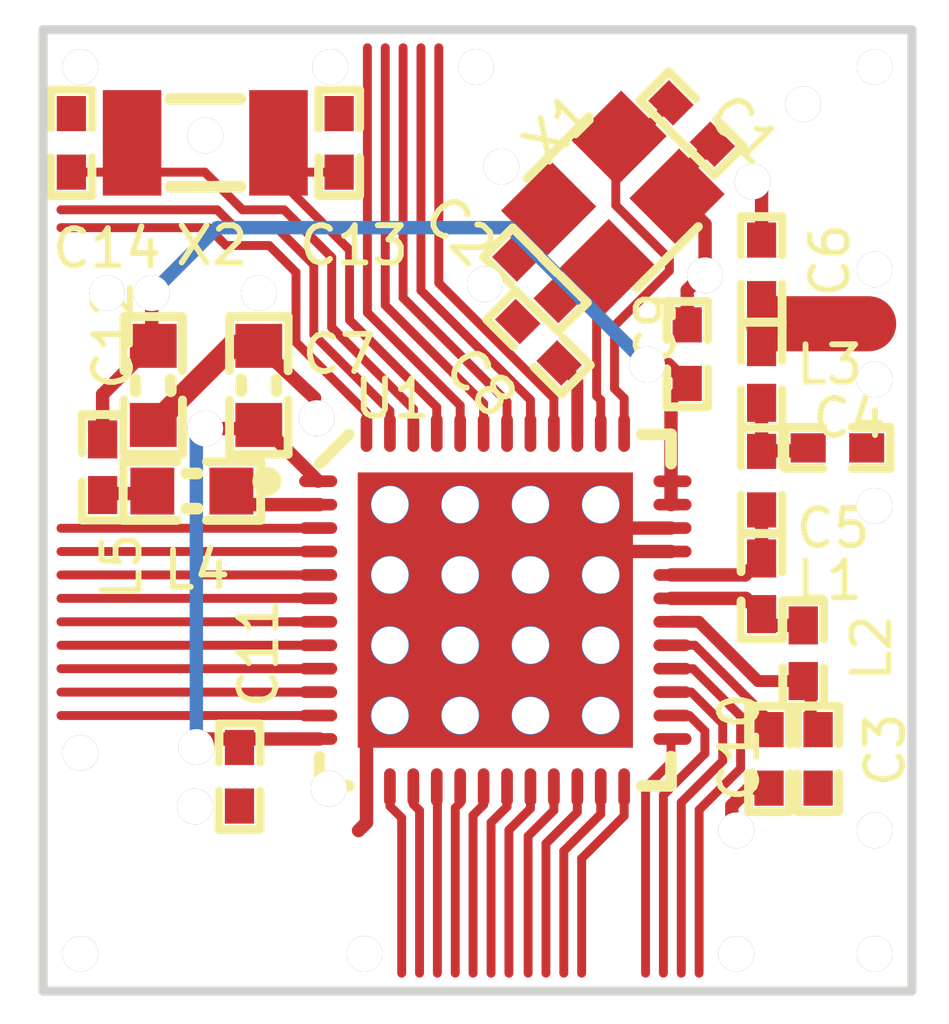
<source format=kicad_pcb>
(kicad_pcb (version 4) (host pcbnew 4.0.0-stable)

  (general
    (links 46)
    (no_connects 16)
    (area 39.260819 -95.905617 128.951047 -78.430416)
    (thickness 1.6)
    (drawings 390)
    (tracks 315)
    (zones 0)
    (modules 22)
    (nets 48)
  )

  (page A4)
  (layers
    (0 F.Cu signal)
    (31 B.Cu signal)
    (32 B.Adhes user)
    (33 F.Adhes user)
    (34 B.Paste user)
    (35 F.Paste user)
    (36 B.SilkS user)
    (37 F.SilkS user)
    (38 B.Mask user)
    (39 F.Mask user)
    (40 Dwgs.User user)
    (41 Cmts.User user)
    (42 Eco1.User user)
    (43 Eco2.User user)
    (44 Edge.Cuts user)
    (45 Margin user)
    (46 B.CrtYd user)
    (47 F.CrtYd user)
    (48 B.Fab user)
    (49 F.Fab user)
  )

  (setup
    (last_trace_width 0.254)
    (trace_clearance 0.1524)
    (zone_clearance 0.0144)
    (zone_45_only no)
    (trace_min 0.254)
    (segment_width 0.2)
    (edge_width 0.1)
    (via_size 0.889)
    (via_drill 0.635)
    (via_min_size 0.889)
    (via_min_drill 0.508)
    (uvia_size 0.508)
    (uvia_drill 0.127)
    (uvias_allowed no)
    (uvia_min_size 0.508)
    (uvia_min_drill 0.127)
    (pcb_text_width 0.3)
    (pcb_text_size 1.5 1.5)
    (mod_edge_width 0.15)
    (mod_text_size 1 1)
    (mod_text_width 0.15)
    (pad_size 1.5 1.5)
    (pad_drill 0.6)
    (pad_to_mask_clearance 0)
    (aux_axis_origin 0 0)
    (visible_elements 7FFFF77F)
    (pcbplotparams
      (layerselection 0x00030_80000001)
      (usegerberextensions false)
      (excludeedgelayer true)
      (linewidth 0.100000)
      (plotframeref false)
      (viasonmask false)
      (mode 1)
      (useauxorigin false)
      (hpglpennumber 1)
      (hpglpenspeed 20)
      (hpglpendiameter 15)
      (hpglpenoverlay 2)
      (psnegative false)
      (psa4output false)
      (plotreference true)
      (plotvalue true)
      (plotinvisibletext false)
      (padsonsilk false)
      (subtractmaskfromsilk false)
      (outputformat 1)
      (mirror false)
      (drillshape 0)
      (scaleselection 1)
      (outputdirectory GerberOutput/))
  )

  (net 0 "")
  (net 1 XL1)
  (net 2 XL2)
  (net 3 NetL4_2)
  (net 4 NetL4_1)
  (net 5 AVDD)
  (net 6 GND)
  (net 7 VCC_NRF)
  (net 8 NetC3_1)
  (net 9 NetC1_1)
  (net 10 NetC2_1)
  (net 11 NetL1_1)
  (net 12 NetC5_1)
  (net 13 NetC6_1)
  (net 14 NetC8_1)
  (net 15 NetC10_1)
  (net 16 SWDIO)
  (net 17 SWCLK)
  (net 18 P0.30)
  (net 19 P0.29)
  (net 20 P0.28)
  (net 21 P0.25)
  (net 22 P0.24)
  (net 23 P0.23)
  (net 24 P0.22)
  (net 25 P0.21)
  (net 26 P0.20)
  (net 27 P0.19)
  (net 28 P0.18)
  (net 29 P0.17)
  (net 30 P0.16)
  (net 31 P0.15)
  (net 32 P0.14)
  (net 33 P0.13)
  (net 34 P0.12)
  (net 35 P0.11)
  (net 36 P0.10)
  (net 37 P0.09)
  (net 38 P0.08)
  (net 39 P0.07)
  (net 40 P0.06)
  (net 41 P0.05)
  (net 42 P0.04)
  (net 43 P0.03)
  (net 44 P0.02)
  (net 45 P0.01)
  (net 46 P0.00)
  (net 47 NetC4_1)

  (net_class Default "This is the default net class."
    (clearance 0.1524)
    (trace_width 0.254)
    (via_dia 0.889)
    (via_drill 0.635)
    (uvia_dia 0.508)
    (uvia_drill 0.127)
    (add_net AVDD)
    (add_net GND)
    (add_net NetC10_1)
    (add_net NetC1_1)
    (add_net NetC2_1)
    (add_net NetC3_1)
    (add_net NetC4_1)
    (add_net NetC5_1)
    (add_net NetC6_1)
    (add_net NetC8_1)
    (add_net NetL1_1)
    (add_net NetL4_1)
    (add_net NetL4_2)
    (add_net P0.00)
    (add_net P0.01)
    (add_net P0.02)
    (add_net P0.03)
    (add_net P0.04)
    (add_net P0.05)
    (add_net P0.06)
    (add_net P0.07)
    (add_net P0.08)
    (add_net P0.09)
    (add_net P0.10)
    (add_net P0.11)
    (add_net P0.12)
    (add_net P0.13)
    (add_net P0.14)
    (add_net P0.15)
    (add_net P0.16)
    (add_net P0.17)
    (add_net P0.18)
    (add_net P0.19)
    (add_net P0.20)
    (add_net P0.21)
    (add_net P0.22)
    (add_net P0.23)
    (add_net P0.24)
    (add_net P0.25)
    (add_net P0.28)
    (add_net P0.29)
    (add_net P0.30)
    (add_net SWCLK)
    (add_net SWDIO)
    (add_net VCC_NRF)
    (add_net XL1)
    (add_net XL2)
  )

  (module QFN40P600X600X90-48N (layer F.Cu) (tedit 4289BEAB) (tstamp 539EEDBF)
    (at 84.105933 -85.491617)
    (path /539EEC0F)
    (attr smd)
    (fp_text reference U1 (at 0 0) (layer F.SilkS) hide
      (effects (font (thickness 0.05)))
    )
    (fp_text value "QFN, 48-Leads, Body 6,0x6,0mm (max), Pitch 0,40mm, IPC Medium Density" (at 0 0) (layer F.SilkS) hide
      (effects (font (thickness 0.05)))
    )
    (pad 1 smd oval (at -3.025 -2.2 90) (size 0.2 0.650001) (layers F.Cu F.Paste F.Mask)
      (net 7 VCC_NRF))
    (pad 2 smd oval (at -3.025 -1.8 90) (size 0.2 0.650001) (layers F.Cu F.Paste F.Mask)
      (net 4 NetL4_1))
    (pad 3 smd oval (at -3.025 -1.4 90) (size 0.2 0.650001) (layers F.Cu F.Paste F.Mask)
      (net 18 P0.30))
    (pad 4 smd oval (at -3.025 -1 90) (size 0.2 0.650001) (layers F.Cu F.Paste F.Mask)
      (net 46 P0.00))
    (pad 5 smd oval (at -3.025 -0.6 90) (size 0.2 0.650001) (layers F.Cu F.Paste F.Mask)
      (net 45 P0.01))
    (pad 6 smd oval (at -3.025 -0.2 90) (size 0.2 0.650001) (layers F.Cu F.Paste F.Mask)
      (net 44 P0.02))
    (pad 7 smd oval (at -3.025 0.2 90) (size 0.2 0.650001) (layers F.Cu F.Paste F.Mask)
      (net 43 P0.03))
    (pad 8 smd oval (at -3.025 0.6 90) (size 0.2 0.650001) (layers F.Cu F.Paste F.Mask)
      (net 42 P0.04))
    (pad 9 smd oval (at -3.025 1 90) (size 0.2 0.650001) (layers F.Cu F.Paste F.Mask)
      (net 41 P0.05))
    (pad 10 smd oval (at -3.025 1.4 90) (size 0.2 0.650001) (layers F.Cu F.Paste F.Mask)
      (net 40 P0.06))
    (pad 11 smd oval (at -3.025 1.8 90) (size 0.2 0.650001) (layers F.Cu F.Paste F.Mask)
      (net 39 P0.07))
    (pad 12 smd oval (at -3.025 2.2 90) (size 0.2 0.650001) (layers F.Cu F.Paste F.Mask)
      (net 7 VCC_NRF))
    (pad 13 smd oval (at -2.2 3.025) (size 0.2 0.650001) (layers F.Cu F.Paste F.Mask)
      (net 6 GND))
    (pad 14 smd oval (at -1.8 3.025) (size 0.2 0.650001) (layers F.Cu F.Paste F.Mask)
      (net 38 P0.08))
    (pad 15 smd oval (at -1.4 3.025) (size 0.2 0.650001) (layers F.Cu F.Paste F.Mask)
      (net 37 P0.09))
    (pad 16 smd oval (at -1 3.025) (size 0.2 0.650001) (layers F.Cu F.Paste F.Mask)
      (net 36 P0.10))
    (pad 17 smd oval (at -0.6 3.025) (size 0.2 0.650001) (layers F.Cu F.Paste F.Mask)
      (net 35 P0.11))
    (pad 18 smd oval (at -0.2 3.025) (size 0.2 0.650001) (layers F.Cu F.Paste F.Mask)
      (net 34 P0.12))
    (pad 19 smd oval (at 0.2 3.025) (size 0.2 0.650001) (layers F.Cu F.Paste F.Mask)
      (net 33 P0.13))
    (pad 20 smd oval (at 0.6 3.025) (size 0.2 0.650001) (layers F.Cu F.Paste F.Mask)
      (net 32 P0.14))
    (pad 21 smd oval (at 1 3.025) (size 0.2 0.650001) (layers F.Cu F.Paste F.Mask)
      (net 31 P0.15))
    (pad 22 smd oval (at 1.4 3.025) (size 0.2 0.650001) (layers F.Cu F.Paste F.Mask)
      (net 30 P0.16))
    (pad 23 smd oval (at 1.8 3.025) (size 0.2 0.650001) (layers F.Cu F.Paste F.Mask)
      (net 16 SWDIO))
    (pad 24 smd oval (at 2.2 3.025) (size 0.2 0.650001) (layers F.Cu F.Paste F.Mask)
      (net 17 SWCLK))
    (pad 25 smd oval (at 3.025 2.2 90) (size 0.2 0.650001) (layers F.Cu F.Paste F.Mask)
      (net 29 P0.17))
    (pad 26 smd oval (at 3.025 1.8 90) (size 0.2 0.650001) (layers F.Cu F.Paste F.Mask)
      (net 28 P0.18))
    (pad 27 smd oval (at 3.025 1.4 90) (size 0.2 0.650001) (layers F.Cu F.Paste F.Mask)
      (net 27 P0.19))
    (pad 28 smd oval (at 3.025 1 90) (size 0.2 0.650001) (layers F.Cu F.Paste F.Mask)
      (net 26 P0.20))
    (pad 29 smd oval (at 3.025 0.6 90) (size 0.2 0.650001) (layers F.Cu F.Paste F.Mask)
      (net 15 NetC10_1))
    (pad 30 smd oval (at 3.025 0.2 90) (size 0.2 0.650001) (layers F.Cu F.Paste F.Mask)
      (net 8 NetC3_1))
    (pad 31 smd oval (at 3.025 -0.2 90) (size 0.2 0.650001) (layers F.Cu F.Paste F.Mask)
      (net 11 NetL1_1))
    (pad 32 smd oval (at 3.025 -0.6 90) (size 0.2 0.650001) (layers F.Cu F.Paste F.Mask)
      (net 12 NetC5_1))
    (pad 33 smd oval (at 3.025 -1 90) (size 0.2 0.650001) (layers F.Cu F.Paste F.Mask)
      (net 6 GND))
    (pad 34 smd oval (at 3.025 -1.4 90) (size 0.2 0.650001) (layers F.Cu F.Paste F.Mask)
      (net 6 GND))
    (pad 35 smd oval (at 3.025 -1.8 90) (size 0.2 0.650001) (layers F.Cu F.Paste F.Mask)
      (net 5 AVDD))
    (pad 36 smd oval (at 3.025 -2.2 90) (size 0.2 0.650001) (layers F.Cu F.Paste F.Mask)
      (net 5 AVDD))
    (pad 37 smd oval (at 2.2 -3.025) (size 0.2 0.650001) (layers F.Cu F.Paste F.Mask)
      (net 9 NetC1_1))
    (pad 38 smd oval (at 1.8 -3.025) (size 0.2 0.650001) (layers F.Cu F.Paste F.Mask)
      (net 10 NetC2_1))
    (pad 39 smd oval (at 1.4 -3.025) (size 0.2 0.650001) (layers F.Cu F.Paste F.Mask)
      (net 14 NetC8_1))
    (pad 40 smd oval (at 1 -3.025) (size 0.2 0.650001) (layers F.Cu F.Paste F.Mask)
      (net 25 P0.21))
    (pad 41 smd oval (at 0.6 -3.025) (size 0.2 0.650001) (layers F.Cu F.Paste F.Mask)
      (net 24 P0.22))
    (pad 42 smd oval (at 0.2 -3.025) (size 0.2 0.650001) (layers F.Cu F.Paste F.Mask)
      (net 23 P0.23))
    (pad 43 smd oval (at -0.2 -3.025) (size 0.2 0.650001) (layers F.Cu F.Paste F.Mask)
      (net 22 P0.24))
    (pad 44 smd oval (at -0.6 -3.025) (size 0.2 0.650001) (layers F.Cu F.Paste F.Mask)
      (net 21 P0.25))
    (pad 45 smd oval (at -1 -3.025) (size 0.2 0.650001) (layers F.Cu F.Paste F.Mask)
      (net 2 XL2))
    (pad 46 smd oval (at -1.4 -3.025) (size 0.2 0.650001) (layers F.Cu F.Paste F.Mask)
      (net 1 XL1))
    (pad 47 smd oval (at -1.8 -3.025) (size 0.2 0.650001) (layers F.Cu F.Paste F.Mask)
      (net 20 P0.28))
    (pad 48 smd oval (at -2.2 -3.025) (size 0.2 0.650001) (layers F.Cu F.Paste F.Mask)
      (net 19 P0.29))
    (pad 49 smd rect (at 0 0) (size 4.700001 4.700001) (layers F.Cu F.Paste F.Mask)
      (net 6 GND))
    (model /Users/jacobrosenthal/Desktop/reference/QFAx-converted/altium/wrlshp/C2FCC158-013D.wrl
      (at (xyz 0 0 0))
      (scale (xyz 1 1 1))
      (rotate (xyz 0 0 360))
    )
  )

  (module CAPC1005X04L (layer F.Cu) (tedit 4289BEAB) (tstamp 539EEDBF)
    (at 79.737125 -82.646825)
    (path /539EEC0F)
    (attr smd)
    (fp_text reference C12 (at 0 0) (layer F.SilkS) hide
      (effects (font (thickness 0.05)))
    )
    (fp_text value "Chip Capacitor, 2-Leads, Body 1.0x0.5mm, IPC High Density" (at 0 0) (layer F.SilkS) hide
      (effects (font (thickness 0.05)))
    )
    (pad 1 smd rect (at 0 -0.5) (size 0.499999 0.599999) (layers F.Cu F.Paste F.Mask)
      (net 7 VCC_NRF))
    (pad 2 smd rect (at 0 0.5) (size 0.499999 0.599999) (layers F.Cu F.Paste F.Mask)
      (net 6 GND))
    (model "/Users/jacobrosenthal/Desktop/reference/QFAx-converted/altium/wrl/User Library-0402(1005M) Cap.wrl"
      (at (xyz 0 -0 0.019685))
      (scale (xyz 0.39370078740158 0.39370078740158 0.39370078740158))
      (rotate (xyz 270 180 90))
    )
    (model /Users/jacobrosenthal/Desktop/reference/QFAx-converted/altium/wrlshp/27F8D307-C50E.wrl
      (at (xyz 0 0 0))
      (scale (xyz 1 1 1))
      (rotate (xyz 0 0 180))
    )
  )

  (module CAPC1005X04L (layer F.Cu) (tedit 4289BEAB) (tstamp 539EEDBF)
    (at 88.779528 -82.951625)
    (path /539EEC0F)
    (attr smd)
    (fp_text reference C11 (at 0 0) (layer F.SilkS) hide
      (effects (font (thickness 0.05)))
    )
    (fp_text value "Chip Capacitor, 2-Leads, Body 1.0x0.5mm, IPC High Density" (at 0 0) (layer F.SilkS) hide
      (effects (font (thickness 0.05)))
    )
    (pad 1 smd rect (at 0 -0.5) (size 0.499999 0.599999) (layers F.Cu F.Paste F.Mask)
      (net 15 NetC10_1))
    (pad 2 smd rect (at 0 0.5) (size 0.499999 0.599999) (layers F.Cu F.Paste F.Mask)
      (net 6 GND))
    (model "/Users/jacobrosenthal/Desktop/reference/QFAx-converted/altium/wrl/User Library-0402(1005M) Cap.wrl"
      (at (xyz 0 -0 0.019685))
      (scale (xyz 0.39370078740158 0.39370078740158 0.39370078740158))
      (rotate (xyz 270 180 90))
    )
    (model /Users/jacobrosenthal/Desktop/reference/QFAx-converted/altium/wrlshp/27F8D307-C50E.wrl
      (at (xyz 0 0 0))
      (scale (xyz 1 1 1))
      (rotate (xyz 0 0 180))
    )
  )

  (module CAPC1005X04L (layer F.Cu) (tedit 4289BEAB) (tstamp 539EEDBF)
    (at 89.617728 -82.951625)
    (path /539EEC0F)
    (attr smd)
    (fp_text reference C3 (at 0 0) (layer F.SilkS) hide
      (effects (font (thickness 0.05)))
    )
    (fp_text value "Chip Capacitor, 2-Leads, Body 1.0x0.5mm, IPC High Density" (at 0 0) (layer F.SilkS) hide
      (effects (font (thickness 0.05)))
    )
    (pad 1 smd rect (at 0 -0.5) (size 0.499999 0.599999) (layers F.Cu F.Paste F.Mask)
      (net 8 NetC3_1))
    (pad 2 smd rect (at 0 0.5) (size 0.499999 0.599999) (layers F.Cu F.Paste F.Mask)
      (net 6 GND))
    (model "/Users/jacobrosenthal/Desktop/reference/QFAx-converted/altium/wrl/User Library-0402(1005M) Cap.wrl"
      (at (xyz 0 -0 0.019685))
      (scale (xyz 0.39370078740158 0.39370078740158 0.39370078740158))
      (rotate (xyz 90 360 90))
    )
    (model /Users/jacobrosenthal/Desktop/reference/QFAx-converted/altium/wrlshp/27F8D307-C50E.wrl
      (at (xyz 0 0 0))
      (scale (xyz 1 1 1))
      (rotate (xyz 0 0 180))
    )
  )

  (module INDC1005X04L (layer F.Cu) (tedit 4289BEAB) (tstamp 539EEDBF)
    (at 89.36373 -84.755025)
    (path /539EEC0F)
    (attr smd)
    (fp_text reference L2 (at 0 0) (layer F.SilkS) hide
      (effects (font (thickness 0.05)))
    )
    (fp_text value "Chip Inductor, 2-Leads, Body 1.0x0.5mm, IPC High Density" (at 0 0) (layer F.SilkS) hide
      (effects (font (thickness 0.05)))
    )
    (pad 1 smd rect (at 0 0.475 180) (size 0.499999 0.650001) (layers F.Cu F.Paste F.Mask)
      (net 8 NetC3_1))
    (pad 2 smd rect (at 0 -0.475 180) (size 0.499999 0.650001) (layers F.Cu F.Paste F.Mask)
      (net 11 NetL1_1))
    (model "/Users/jacobrosenthal/Desktop/reference/QFAx-converted/altium/wrl/User Library-Chip Inductor 0402.wrl"
      (at (xyz 0.01181 0 0.009842500000000001))
      (scale (xyz 0.39370078740158 0.39370078740158 0.39370078740158))
      (rotate (xyz 360 360 270))
    )
    (model /Users/jacobrosenthal/Desktop/reference/QFAx-converted/altium/wrlshp/C9012E92-4FB3.wrl
      (at (xyz 0 0 0))
      (scale (xyz 1 1 1))
      (rotate (xyz 0 0 180))
    )
  )

  (module INDC1005X04L (layer F.Cu) (tedit 4289BEAB) (tstamp 539EEDBF)
    (at 88.652528 -85.898025)
    (path /539EEC0F)
    (attr smd)
    (fp_text reference L1 (at 0 0) (layer F.SilkS) hide
      (effects (font (thickness 0.05)))
    )
    (fp_text value "Chip Inductor, 2-Leads, Body 1.0x0.5mm, IPC High Density" (at 0 0) (layer F.SilkS) hide
      (effects (font (thickness 0.05)))
    )
    (pad 1 smd rect (at 0 0.475 180) (size 0.499999 0.650001) (layers F.Cu F.Paste F.Mask)
      (net 11 NetL1_1))
    (pad 2 smd rect (at 0 -0.475 180) (size 0.499999 0.650001) (layers F.Cu F.Paste F.Mask)
      (net 12 NetC5_1))
    (model "/Users/jacobrosenthal/Desktop/reference/QFAx-converted/altium/wrl/User Library-Chip Inductor 0402.wrl"
      (at (xyz 0.01181 0 0.009842500000000001))
      (scale (xyz 0.39370078740158 0.39370078740158 0.39370078740158))
      (rotate (xyz 360 360 270))
    )
    (model /Users/jacobrosenthal/Desktop/reference/QFAx-converted/altium/wrlshp/C9012E92-4FB3.wrl
      (at (xyz 0 0 0))
      (scale (xyz 1 1 1))
      (rotate (xyz 0 0 180))
    )
  )

  (module CAPC1005X04L (layer F.Cu) (tedit 4289BEAB) (tstamp 539EEDBF)
    (at 88.652528 -87.701425)
    (path /539EEC0F)
    (attr smd)
    (fp_text reference C5 (at 0 0) (layer F.SilkS) hide
      (effects (font (thickness 0.05)))
    )
    (fp_text value "Chip Capacitor, 2-Leads, Body 1.0x0.5mm, IPC High Density" (at 0 0) (layer F.SilkS) hide
      (effects (font (thickness 0.05)))
    )
    (pad 1 smd rect (at 0 0.5 180) (size 0.499999 0.599999) (layers F.Cu F.Paste F.Mask)
      (net 12 NetC5_1))
    (pad 2 smd rect (at 0 -0.5 180) (size 0.499999 0.599999) (layers F.Cu F.Paste F.Mask)
      (net 47 NetC4_1))
    (model "/Users/jacobrosenthal/Desktop/reference/QFAx-converted/altium/wrl/User Library-0402(1005M) Cap.wrl"
      (at (xyz -0 0 0.019685))
      (scale (xyz 0.39370078740158 0.39370078740158 0.39370078740158))
      (rotate (xyz 90 360 270))
    )
    (model /Users/jacobrosenthal/Desktop/reference/QFAx-converted/altium/wrlshp/27F8D307-C50E.wrl
      (at (xyz 0 0 0))
      (scale (xyz 1 1 1))
      (rotate (xyz 0 0 180))
    )
  )

  (module CAPC1005X04L (layer F.Cu) (tedit 4289BEAB) (tstamp 539EEDBF)
    (at 89.947928 -88.260225)
    (path /539EEC0F)
    (attr smd)
    (fp_text reference C4 (at 0 0) (layer F.SilkS) hide
      (effects (font (thickness 0.05)))
    )
    (fp_text value "Chip Capacitor, 2-Leads, Body 1.0x0.5mm, IPC High Density" (at 0 0) (layer F.SilkS) hide
      (effects (font (thickness 0.05)))
    )
    (pad 1 smd rect (at -0.5 0 90) (size 0.499999 0.599999) (layers F.Cu F.Paste F.Mask)
      (net 47 NetC4_1))
    (pad 2 smd rect (at 0.5 0 90) (size 0.499999 0.599999) (layers F.Cu F.Paste F.Mask)
      (net 6 GND))
    (model "/Users/jacobrosenthal/Desktop/reference/QFAx-converted/altium/wrl/User Library-0402(1005M) Cap.wrl"
      (at (xyz 0 0 0.019685))
      (scale (xyz 0.39370078740158 0.39370078740158 0.39370078740158))
      (rotate (xyz 270 180 0))
    )
    (model /Users/jacobrosenthal/Desktop/reference/QFAx-converted/altium/wrlshp/27F8D307-C50E.wrl
      (at (xyz 0 0 0))
      (scale (xyz 1 1 1))
      (rotate (xyz 0 0 360))
    )
  )

  (module INDC1005X04L (layer F.Cu) (tedit 4289BEAB) (tstamp 539EEDBF)
    (at 88.652528 -89.504825)
    (path /539EEC0F)
    (attr smd)
    (fp_text reference L3 (at 0 0) (layer F.SilkS) hide
      (effects (font (thickness 0.05)))
    )
    (fp_text value "Chip Inductor, 2-Leads, Body 1.0x0.5mm, IPC High Density" (at 0 0) (layer F.SilkS) hide
      (effects (font (thickness 0.05)))
    )
    (pad 1 smd rect (at 0 0.475 180) (size 0.499999 0.650001) (layers F.Cu F.Paste F.Mask)
      (net 47 NetC4_1))
    (pad 2 smd rect (at 0 -0.475 180) (size 0.499999 0.650001) (layers F.Cu F.Paste F.Mask)
      (net 13 NetC6_1))
    (model "/Users/jacobrosenthal/Desktop/reference/QFAx-converted/altium/wrl/User Library-Chip Inductor 0402.wrl"
      (at (xyz 0.01181 0 0.009842500000000001))
      (scale (xyz 0.39370078740158 0.39370078740158 0.39370078740158))
      (rotate (xyz 360 360 270))
    )
    (model /Users/jacobrosenthal/Desktop/reference/QFAx-converted/altium/wrlshp/C9012E92-4FB3.wrl
      (at (xyz 0 0 0))
      (scale (xyz 1 1 1))
      (rotate (xyz 0 0 180))
    )
  )

  (module CAPC1005X04L (layer F.Cu) (tedit 4289BEAB) (tstamp 539EEDBF)
    (at 87.382528 -89.860425)
    (path /539EEC0F)
    (attr smd)
    (fp_text reference C8 (at 0 0) (layer F.SilkS) hide
      (effects (font (thickness 0.05)))
    )
    (fp_text value "Chip Capacitor, 2-Leads, Body 1.0x0.5mm, IPC High Density" (at 0 0) (layer F.SilkS) hide
      (effects (font (thickness 0.05)))
    )
    (pad 1 smd rect (at 0 0.5 180) (size 0.499999 0.599999) (layers F.Cu F.Paste F.Mask)
      (net 5 AVDD))
    (pad 2 smd rect (at 0 -0.5 180) (size 0.499999 0.599999) (layers F.Cu F.Paste F.Mask)
      (net 6 GND))
    (model "/Users/jacobrosenthal/Desktop/reference/QFAx-converted/altium/wrl/User Library-0402(1005M) Cap.wrl"
      (at (xyz -0 0 0.019685))
      (scale (xyz 0.39370078740158 0.39370078740158 0.39370078740158))
      (rotate (xyz 270 180 270))
    )
    (model /Users/jacobrosenthal/Desktop/reference/QFAx-converted/altium/wrlshp/27F8D307-C50E.wrl
      (at (xyz 0 0 0))
      (scale (xyz 1 1 1))
      (rotate (xyz 0 0 180))
    )
  )

  (module CAPC1005X04L (layer F.Cu) (tedit 4289BEAB) (tstamp 539EEDBF)
    (at 88.652528 -91.308225)
    (path /539EEC0F)
    (attr smd)
    (fp_text reference C6 (at 0 0) (layer F.SilkS) hide
      (effects (font (thickness 0.05)))
    )
    (fp_text value "Chip Capacitor, 2-Leads, Body 1.0x0.5mm, IPC High Density" (at 0 0) (layer F.SilkS) hide
      (effects (font (thickness 0.05)))
    )
    (pad 1 smd rect (at 0 0.5 180) (size 0.499999 0.599999) (layers F.Cu F.Paste F.Mask)
      (net 13 NetC6_1))
    (pad 2 smd rect (at 0 -0.5 180) (size 0.499999 0.599999) (layers F.Cu F.Paste F.Mask)
      (net 6 GND))
    (model "/Users/jacobrosenthal/Desktop/reference/QFAx-converted/altium/wrl/User Library-0402(1005M) Cap.wrl"
      (at (xyz -0 0 0.019685))
      (scale (xyz 0.39370078740158 0.39370078740158 0.39370078740158))
      (rotate (xyz 90 360 270))
    )
    (model /Users/jacobrosenthal/Desktop/reference/QFAx-converted/altium/wrlshp/27F8D307-C50E.wrl
      (at (xyz 0 0 0))
      (scale (xyz 1 1 1))
      (rotate (xyz 0 0 180))
    )
  )

  (module CAPC1005X04L (layer F.Cu) (tedit 4289BEAB) (tstamp 539EEDBF)
    (at 87.458728 -93.797425)
    (path /539EEC0F)
    (attr smd)
    (fp_text reference C7 (at 0 0) (layer F.SilkS) hide
      (effects (font (thickness 0.05)))
    )
    (fp_text value "Chip Capacitor, 2-Leads, Body 1.0x0.5mm, IPC High Density" (at 0 0) (layer F.SilkS) hide
      (effects (font (thickness 0.05)))
    )
    (pad 1 smd rect (at -0.35355 -0.35355 45) (size 0.499999 0.599999) (layers F.Cu F.Paste F.Mask)
      (net 9 NetC1_1))
    (pad 2 smd rect (at 0.35356 0.35356 45) (size 0.499999 0.599999) (layers F.Cu F.Paste F.Mask)
      (net 6 GND))
    (model "/Users/jacobrosenthal/Desktop/reference/QFAx-converted/altium/wrl/User Library-0402(1005M) Cap.wrl"
      (at (xyz 0 -0 0.019685))
      (scale (xyz 0.39370078740158 0.39370078740158 0.39370078740158))
      (rotate (xyz 270 180 45))
    )
    (model /Users/jacobrosenthal/Desktop/reference/QFAx-converted/altium/wrlshp/27F8D307-C50E.wrl
      (at (xyz 0 0 0))
      (scale (xyz 1 1 1))
      (rotate (xyz 0 0 270))
    )
  )

  (module CAPC1005X04L (layer F.Cu) (tedit 4289BEAB) (tstamp 539EEDBF)
    (at 84.791728 -91.130425)
    (path /539EEC0F)
    (attr smd)
    (fp_text reference C2 (at 0 0) (layer F.SilkS) hide
      (effects (font (thickness 0.05)))
    )
    (fp_text value "Chip Capacitor, 2-Leads, Body 1.0x0.5mm, IPC High Density" (at 0 0) (layer F.SilkS) hide
      (effects (font (thickness 0.05)))
    )
    (pad 1 smd rect (at 0.35355 0.35355 225) (size 0.499999 0.599999) (layers F.Cu F.Paste F.Mask)
      (net 10 NetC2_1))
    (pad 2 smd rect (at -0.35356 -0.35356 225) (size 0.499999 0.599999) (layers F.Cu F.Paste F.Mask)
      (net 6 GND))
    (model "/Users/jacobrosenthal/Desktop/reference/QFAx-converted/altium/wrl/User Library-0402(1005M) Cap.wrl"
      (at (xyz -0 0 0.019685))
      (scale (xyz 0.39370078740158 0.39370078740158 0.39370078740158))
      (rotate (xyz 270 180 225))
    )
    (model /Users/jacobrosenthal/Desktop/reference/QFAx-converted/altium/wrlshp/27F8D307-C50E.wrl
      (at (xyz 0 0 0))
      (scale (xyz 1 1 1))
      (rotate (xyz 0 0 270))
    )
  )

  (module CAPC1005X04L (layer F.Cu) (tedit 4289BEAB) (tstamp 539EEDBF)
    (at 84.842528 -90.063625)
    (path /539EEC0F)
    (attr smd)
    (fp_text reference C10 (at 0 0) (layer F.SilkS) hide
      (effects (font (thickness 0.05)))
    )
    (fp_text value "Chip Capacitor, 2-Leads, Body 1.0x0.5mm, IPC High Density" (at 0 0) (layer F.SilkS) hide
      (effects (font (thickness 0.05)))
    )
    (pad 1 smd rect (at 0.35355 0.35355 225) (size 0.499999 0.599999) (layers F.Cu F.Paste F.Mask)
      (net 14 NetC8_1))
    (pad 2 smd rect (at -0.35356 -0.35356 225) (size 0.499999 0.599999) (layers F.Cu F.Paste F.Mask)
      (net 6 GND))
    (model "/Users/jacobrosenthal/Desktop/reference/QFAx-converted/altium/wrl/User Library-0402(1005M) Cap.wrl"
      (at (xyz -0 0 0.019685))
      (scale (xyz 0.39370078740158 0.39370078740158 0.39370078740158))
      (rotate (xyz 270 180 225))
    )
    (model /Users/jacobrosenthal/Desktop/reference/QFAx-converted/altium/wrlshp/27F8D307-C50E.wrl
      (at (xyz 0 0 0))
      (scale (xyz 1 1 1))
      (rotate (xyz 0 0 270))
    )
  )

  (module BT-XTAL_2520 (layer F.Cu) (tedit 4289BEAB) (tstamp 539EEDBF)
    (at 86.112528 -92.451225)
    (path /539EEC0F)
    (attr smd)
    (fp_text reference X1 (at 0 0) (layer F.SilkS) hide
      (effects (font (thickness 0.05)))
    )
    (fp_text value TSX-2520 (at 0 0) (layer F.SilkS) hide
      (effects (font (thickness 0.05)))
    )
    (pad 4 smd rect (at 1.09601 -0.10606 225) (size 1.2 1.1) (layers F.Cu F.Paste F.Mask)
      (net 6 GND))
    (pad 1 smd rect (at 0.10607 -1.09601 225) (size 1.2 1.1) (layers F.Cu F.Paste F.Mask)
      (net 9 NetC1_1))
    (pad 3 smd rect (at -0.10607 1.09602 225) (size 1.2 1.1) (layers F.Cu F.Paste F.Mask)
      (net 10 NetC2_1))
    (pad 2 smd rect (at -1.09601 0.10607 225) (size 1.2 1.1) (layers F.Cu F.Paste F.Mask)
      (net 6 GND))
    (model "/Users/jacobrosenthal/Desktop/reference/QFAx-converted/altium/wrl/User Library-GeyerElectronics_KX6.wrl"
      (at (xyz -0.00028 -0.00028 0))
      (scale (xyz 0.39370078740158 0.39370078740158 0.39370078740158))
      (rotate (xyz 270 360 135))
    )
    (model /Users/jacobrosenthal/Desktop/reference/QFAx-converted/altium/wrlshp/AFAD9782-D084.wrl
      (at (xyz 0 0 0))
      (scale (xyz 1 1 1))
      (rotate (xyz 0 0 225))
    )
    (model /Users/jacobrosenthal/Desktop/reference/QFAx-converted/altium/wrlshp/A6760B87-8591.wrl
      (at (xyz 0 0 0))
      (scale (xyz 1 1 1))
      (rotate (xyz 0 0 90))
    )
  )

  (module CAPC1005X04L (layer F.Cu) (tedit 4289BEAB) (tstamp 539EEDBF)
    (at 76.866935 -93.467217)
    (path /539EEC0F)
    (attr smd)
    (fp_text reference C14 (at 0 0) (layer F.SilkS) hide
      (effects (font (thickness 0.05)))
    )
    (fp_text value "Chip Capacitor, 2-Leads, Body 1.0x0.5mm, IPC High Density" (at 0 0) (layer F.SilkS) hide
      (effects (font (thickness 0.05)))
    )
    (pad 2 smd rect (at 0 0.5) (size 0.499999 0.599999) (layers F.Cu F.Paste F.Mask)
      (net 1 XL1))
    (pad 1 smd rect (at 0 -0.5) (size 0.499999 0.599999) (layers F.Cu F.Paste F.Mask)
      (net 6 GND))
    (model "/Users/jacobrosenthal/Desktop/reference/QFAx-converted/altium/wrl/User Library-0402(1005M) Cap.wrl"
      (at (xyz 0 -0 0.019685))
      (scale (xyz 0.39370078740158 0.39370078740158 0.39370078740158))
      (rotate (xyz 270 180 90))
    )
    (model /Users/jacobrosenthal/Desktop/reference/QFAx-converted/altium/wrlshp/27F8D307-C50E.wrl
      (at (xyz 0 0 0))
      (scale (xyz 1 1 1))
      (rotate (xyz 0 0 180))
    )
  )

  (module CAPC1005X04L (layer F.Cu) (tedit 4289BEAB) (tstamp 539EEDBF)
    (at 81.438935 -93.467217)
    (path /539EEC0F)
    (attr smd)
    (fp_text reference C13 (at 0 0) (layer F.SilkS) hide
      (effects (font (thickness 0.05)))
    )
    (fp_text value "Chip Capacitor, 2-Leads, Body 1.0x0.5mm, IPC High Density" (at 0 0) (layer F.SilkS) hide
      (effects (font (thickness 0.05)))
    )
    (pad 2 smd rect (at 0 0.5) (size 0.499999 0.599999) (layers F.Cu F.Paste F.Mask)
      (net 2 XL2))
    (pad 1 smd rect (at 0 -0.5) (size 0.499999 0.599999) (layers F.Cu F.Paste F.Mask)
      (net 6 GND))
    (model "/Users/jacobrosenthal/Desktop/reference/QFAx-converted/altium/wrl/User Library-0402(1005M) Cap.wrl"
      (at (xyz 0 -0 0.019685))
      (scale (xyz 0.39370078740158 0.39370078740158 0.39370078740158))
      (rotate (xyz 270 180 90))
    )
    (model /Users/jacobrosenthal/Desktop/reference/QFAx-converted/altium/wrlshp/27F8D307-C50E.wrl
      (at (xyz 0 0 0))
      (scale (xyz 1 1 1))
      (rotate (xyz 0 0 180))
    )
  )

  (module XTAL_3215 (layer F.Cu) (tedit 4289BEAB) (tstamp 539EEDBF)
    (at 79.152935 -93.467217)
    (path /539EEC0F)
    (attr smd)
    (fp_text reference X2 (at 0 0) (layer F.SilkS) hide
      (effects (font (thickness 0.05)))
    )
    (fp_text value "XTAL SMD 3.2 x 1.5 mm" (at 0 0) (layer F.SilkS) hide
      (effects (font (thickness 0.05)))
    )
    (pad 2 smd rect (at -1.25 0 180) (size 1.000001 1.799999) (layers F.Cu F.Paste F.Mask)
      (net 1 XL1))
    (pad 1 smd rect (at 1.25 0 180) (size 1.000001 1.799999) (layers F.Cu F.Paste F.Mask)
      (net 2 XL2))
    (model "/Users/jacobrosenthal/Desktop/reference/QFAx-converted/altium/wrl/User Library-Siward_SX3215.wrl"
      (at (xyz -0 -0 0))
      (scale (xyz 0.39370078740158 0.39370078740158 0.39370078740158))
      (rotate (xyz 270 360 180))
    )
    (model /Users/jacobrosenthal/Desktop/reference/QFAx-converted/altium/wrlshp/069530FF-FD09.wrl
      (at (xyz 0 0 0))
      (scale (xyz 1 1 1))
      (rotate (xyz 0 0 180))
    )
    (model /Users/jacobrosenthal/Desktop/reference/QFAx-converted/altium/wrlshp/07B379AA-9BDC.wrl
      (at (xyz 0 0 0))
      (scale (xyz 1 1 1))
      (rotate (xyz 0 0 0))
    )
  )

  (module INDC1005X04L (layer F.Cu) (tedit 4289BEAB) (tstamp 539EEDBF)
    (at 77.400328 -87.930025)
    (path /539EEC0F)
    (attr smd)
    (fp_text reference L6 (at 0 0) (layer F.SilkS) hide
      (effects (font (thickness 0.05)))
    )
    (fp_text value "Chip Inductor, 2-Leads, Body 1.0x0.5mm, IPC High Density" (at 0 0) (layer F.SilkS) hide
      (effects (font (thickness 0.05)))
    )
    (pad 2 smd rect (at 0 -0.475 180) (size 0.499999 0.650001) (layers F.Cu F.Paste F.Mask)
      (net 5 AVDD))
    (pad 1 smd rect (at 0 0.475 180) (size 0.499999 0.650001) (layers F.Cu F.Paste F.Mask)
      (net 3 NetL4_2))
    (model "/Users/jacobrosenthal/Desktop/reference/QFAx-converted/altium/wrl/User Library-Chip Inductor 0402.wrl"
      (at (xyz 0.01181 0 0.009842500000000001))
      (scale (xyz 0.39370078740158 0.39370078740158 0.39370078740158))
      (rotate (xyz 360 360 270))
    )
    (model /Users/jacobrosenthal/Desktop/reference/QFAx-converted/altium/wrlshp/C9012E92-4FB3.wrl
      (at (xyz 0 0 0))
      (scale (xyz 1 1 1))
      (rotate (xyz 0 0 180))
    )
  )

  (module CAPC1608X06L (layer F.Cu) (tedit 4289BEAB) (tstamp 539EEDBF)
    (at 78.263928 -89.327025)
    (path /539EEC0F)
    (attr smd)
    (fp_text reference C11 (at 0 0) (layer F.SilkS) hide
      (effects (font (thickness 0.05)))
    )
    (fp_text value "Chip Capacitor, 2-Leads, Body 1.6x0.8mm, IPC High Density" (at 0 0) (layer F.SilkS) hide
      (effects (font (thickness 0.05)))
    )
    (pad 1 smd rect (at 0 0.675 180) (size 0.800001 0.750001) (layers F.Cu F.Paste F.Mask)
      (net 6 GND))
    (pad 2 smd rect (at 0 -0.675 180) (size 0.800001 0.750001) (layers F.Cu F.Paste F.Mask)
      (net 5 AVDD))
    (model "/Users/jacobrosenthal/Desktop/reference/QFAx-converted/altium/wrl/User Library-Chip Capacitor 0603.wrl"
      (at (xyz 0.01693 -0 0.015748))
      (scale (xyz 0.39370078740158 0.39370078740158 0.39370078740158))
      (rotate (xyz 360 360 270))
    )
    (model /Users/jacobrosenthal/Desktop/reference/QFAx-converted/altium/wrlshp/B6A667F8-9D07.wrl
      (at (xyz 0 0 0))
      (scale (xyz 1 1 1))
      (rotate (xyz 0 0 180))
    )
  )

  (module INDC1608X06L (layer F.Cu) (tedit 4289BEAB) (tstamp 539EEDBF)
    (at 78.924328 -87.523625)
    (path /539EEC0F)
    (attr smd)
    (fp_text reference L5 (at 0 0) (layer F.SilkS) hide
      (effects (font (thickness 0.05)))
    )
    (fp_text value "Chip Inductor, 2-Leads, Body 1.6x0.8mm, IPC High Density" (at 0 0) (layer F.SilkS) hide
      (effects (font (thickness 0.05)))
    )
    (pad 1 smd rect (at 0.675 0 270) (size 0.800001 0.750001) (layers F.Cu F.Paste F.Mask)
      (net 4 NetL4_1))
    (pad 2 smd rect (at -0.675 0 270) (size 0.800001 0.750001) (layers F.Cu F.Paste F.Mask)
      (net 3 NetL4_2))
    (model "/Users/jacobrosenthal/Desktop/reference/QFAx-converted/altium/wrl/User Library-Chip Inductor.wrl"
      (at (xyz 0 0.0187 0.015748))
      (scale (xyz 0.39370078740158 0.39370078740158 0.39370078740158))
      (rotate (xyz 360 360 180))
    )
    (model /Users/jacobrosenthal/Desktop/reference/QFAx-converted/altium/wrlshp/3C0C10DE-CD94.wrl
      (at (xyz 0 0 0))
      (scale (xyz 1 1 1))
      (rotate (xyz 0 0 0))
    )
  )

  (module CAPC1608X06L (layer F.Cu) (tedit 4289BEAB) (tstamp 539EEDBF)
    (at 80.067328 -89.327025)
    (path /539EEC0F)
    (attr smd)
    (fp_text reference C9 (at 0 0) (layer F.SilkS) hide
      (effects (font (thickness 0.05)))
    )
    (fp_text value "Chip Capacitor, 2-Leads, Body 1.6x0.8mm, IPC High Density" (at 0 0) (layer F.SilkS) hide
      (effects (font (thickness 0.05)))
    )
    (pad 1 smd rect (at 0 0.675 180) (size 0.800001 0.750001) (layers F.Cu F.Paste F.Mask)
      (net 7 VCC_NRF))
    (pad 2 smd rect (at 0 -0.675 180) (size 0.800001 0.750001) (layers F.Cu F.Paste F.Mask)
      (net 6 GND))
    (model "/Users/jacobrosenthal/Desktop/reference/QFAx-converted/altium/wrl/User Library-Chip Capacitor 0603.wrl"
      (at (xyz 0.01693 -0 0.015748))
      (scale (xyz 0.39370078740158 0.39370078740158 0.39370078740158))
      (rotate (xyz 360 360 270))
    )
    (model /Users/jacobrosenthal/Desktop/reference/QFAx-converted/altium/wrlshp/B6A667F8-9D07.wrl
      (at (xyz 0 0 0))
      (scale (xyz 1 1 1))
      (rotate (xyz 0 0 180))
    )
  )

  (gr_line (start 80.35294 -92.86722) (end 80.35294 -94.06722) (angle 90) (layer F.CrtYd) (width 0.2))
  (gr_line (start 80.35294 -94.06722) (end 77.95294 -94.06722) (angle 90) (layer F.CrtYd) (width 0.2))
  (gr_line (start 77.95294 -94.06722) (end 77.95294 -92.86722) (angle 90) (layer F.CrtYd) (width 0.2))
  (gr_line (start 77.95294 -92.86722) (end 80.35294 -92.86722) (angle 90) (layer F.CrtYd) (width 0.2))
  (gr_line (start 80.75277 -94.21697) (end 77.55278 -94.21697) (angle 90) (layer F.CrtYd) (width 0.2))
  (gr_line (start 77.55278 -94.21697) (end 77.55278 -92.71703) (angle 90) (layer F.CrtYd) (width 0.2))
  (gr_line (start 77.55278 -92.71703) (end 80.75277 -92.71703) (angle 90) (layer F.CrtYd) (width 0.2))
  (gr_line (start 80.75277 -92.71703) (end 80.75277 -94.21697) (angle 90) (layer F.CrtYd) (width 0.2))
  (gr_line (start 76.6131 -93.97506) (end 76.6131 -92.95905) (angle 90) (layer F.CrtYd) (width 0.2))
  (gr_line (start 76.6131 -92.95905) (end 77.1211 -92.95905) (angle 90) (layer F.CrtYd) (width 0.2))
  (gr_line (start 77.1211 -92.95905) (end 77.1211 -93.97505) (angle 90) (layer F.CrtYd) (width 0.2))
  (gr_line (start 77.1211 -93.97505) (end 76.6131 -93.97506) (angle 90) (layer F.CrtYd) (width 0.2))
  (gr_line (start 81.1851 -93.97506) (end 81.1851 -92.95905) (angle 90) (layer F.CrtYd) (width 0.2))
  (gr_line (start 81.1851 -92.95905) (end 81.6931 -92.95905) (angle 90) (layer F.CrtYd) (width 0.2))
  (gr_line (start 81.6931 -92.95905) (end 81.6931 -93.97505) (angle 90) (layer F.CrtYd) (width 0.2))
  (gr_line (start 81.6931 -93.97505) (end 81.1851 -93.97506) (angle 90) (layer F.CrtYd) (width 0.2))
  (gr_line (start 80.49738 -88.52699) (end 80.49738 -90.12706) (angle 90) (layer F.CrtYd) (width 0.2))
  (gr_line (start 80.49738 -90.12706) (end 79.63736 -90.12706) (angle 90) (layer F.CrtYd) (width 0.2))
  (gr_line (start 79.63736 -90.12706) (end 79.63736 -88.52699) (angle 90) (layer F.CrtYd) (width 0.2))
  (gr_line (start 79.63736 -88.52699) (end 80.49738 -88.52699) (angle 90) (layer F.CrtYd) (width 0.2))
  (gr_line (start 78.69398 -88.52699) (end 78.69398 -90.12706) (angle 90) (layer F.CrtYd) (width 0.2))
  (gr_line (start 78.69398 -90.12706) (end 77.83396 -90.12706) (angle 90) (layer F.CrtYd) (width 0.2))
  (gr_line (start 77.83396 -90.12706) (end 77.83396 -88.52699) (angle 90) (layer F.CrtYd) (width 0.2))
  (gr_line (start 77.83396 -88.52699) (end 78.69398 -88.52699) (angle 90) (layer F.CrtYd) (width 0.2))
  (gr_line (start 88.52569 -83.45946) (end 88.52569 -82.44346) (angle 90) (layer F.CrtYd) (width 0.2))
  (gr_line (start 88.52569 -82.44346) (end 89.03369 -82.44346) (angle 90) (layer F.CrtYd) (width 0.2))
  (gr_line (start 89.03369 -82.44346) (end 89.03369 -83.45946) (angle 90) (layer F.CrtYd) (width 0.2))
  (gr_line (start 89.03369 -83.45946) (end 88.52569 -83.45946) (angle 90) (layer F.CrtYd) (width 0.2))
  (gr_line (start 77.70017 -87.43015) (end 77.70017 -88.43022) (angle 90) (layer F.CrtYd) (width 0.2))
  (gr_line (start 77.70017 -88.43022) (end 77.10016 -88.43022) (angle 90) (layer F.CrtYd) (width 0.2))
  (gr_line (start 77.10016 -88.43022) (end 77.10016 -87.43015) (angle 90) (layer F.CrtYd) (width 0.2))
  (gr_line (start 77.10016 -87.43015) (end 77.70017 -87.43015) (angle 90) (layer F.CrtYd) (width 0.2))
  (gr_line (start 79.72433 -87.99863) (end 78.12425 -87.99863) (angle 90) (layer F.CrtYd) (width 0.2))
  (gr_line (start 78.12425 -87.99863) (end 78.12425 -87.04862) (angle 90) (layer F.CrtYd) (width 0.2))
  (gr_line (start 78.12425 -87.04862) (end 79.72433 -87.04862) (angle 90) (layer F.CrtYd) (width 0.2))
  (gr_line (start 79.72433 -87.04862) (end 79.72433 -87.99863) (angle 90) (layer F.CrtYd) (width 0.2))
  (gr_line (start 86.92014 -93.97703) (end 87.63856 -93.25861) (angle 90) (layer F.CrtYd) (width 0.2))
  (gr_line (start 87.63856 -93.25861) (end 87.99777 -93.61782) (angle 90) (layer F.CrtYd) (width 0.2))
  (gr_line (start 87.99777 -93.61782) (end 87.27935 -94.33624) (angle 90) (layer F.CrtYd) (width 0.2))
  (gr_line (start 87.27935 -94.33624) (end 86.92014 -93.97703) (angle 90) (layer F.CrtYd) (width 0.2))
  (gr_line (start 87.2792 -92.48638) (end 87.2792 -92.76922) (angle 90) (layer F.CrtYd) (width 0.2))
  (gr_line (start 87.2792 -92.76922) (end 86.43067 -93.61775) (angle 90) (layer F.CrtYd) (width 0.2))
  (gr_line (start 86.43067 -93.61775) (end 86.14783 -93.61775) (angle 90) (layer F.CrtYd) (width 0.2))
  (gr_line (start 86.14783 -93.61775) (end 84.94575 -92.41567) (angle 90) (layer F.CrtYd) (width 0.2))
  (gr_line (start 84.94575 -92.41567) (end 84.94575 -92.13283) (angle 90) (layer F.CrtYd) (width 0.2))
  (gr_line (start 84.94575 -92.13283) (end 85.79428 -91.2843) (angle 90) (layer F.CrtYd) (width 0.2))
  (gr_line (start 85.79428 -91.2843) (end 86.07712 -91.2843) (angle 90) (layer F.CrtYd) (width 0.2))
  (gr_line (start 86.07712 -91.2843) (end 87.2792 -92.48638) (angle 90) (layer F.CrtYd) (width 0.2))
  (gr_line (start 86.28925 -94.04201) (end 84.50734 -92.2601) (angle 90) (layer F.CrtYd) (width 0.2))
  (gr_line (start 84.50734 -92.2601) (end 85.92154 -90.8459) (angle 90) (layer F.CrtYd) (width 0.2))
  (gr_line (start 85.92154 -90.8459) (end 87.70345 -92.62782) (angle 90) (layer F.CrtYd) (width 0.2))
  (gr_line (start 87.70345 -92.62782) (end 86.28925 -94.04201) (angle 90) (layer F.CrtYd) (width 0.2))
  (gr_line (start 81.10593 -82.49162) (end 81.10593 -88.49162) (angle 90) (layer F.CrtYd) (width 0.2))
  (gr_line (start 81.10593 -88.49162) (end 87.10593 -88.49162) (angle 90) (layer F.CrtYd) (width 0.2))
  (gr_line (start 87.10593 -88.49162) (end 87.10593 -82.49162) (angle 90) (layer F.CrtYd) (width 0.2))
  (gr_line (start 87.10593 -82.49162) (end 81.10593 -82.49162) (angle 90) (layer F.CrtYd) (width 0.2))
  (gr_line (start 81.10593 -82.49162) (end 81.10593 -82.49162) (angle 90) (layer F.CrtYd) (width 0.2))
  (gr_line (start 79.48329 -83.15466) (end 79.48329 -82.13866) (angle 90) (layer F.CrtYd) (width 0.2))
  (gr_line (start 79.48329 -82.13866) (end 79.99129 -82.13866) (angle 90) (layer F.CrtYd) (width 0.2))
  (gr_line (start 79.99129 -82.13866) (end 79.99129 -83.15466) (angle 90) (layer F.CrtYd) (width 0.2))
  (gr_line (start 79.99129 -83.15466) (end 79.48329 -83.15466) (angle 90) (layer F.CrtYd) (width 0.2))
  (gr_line (start 85.38111 -89.88402) (end 84.66269 -90.60244) (angle 90) (layer F.CrtYd) (width 0.2))
  (gr_line (start 84.66269 -90.60244) (end 84.30348 -90.24323) (angle 90) (layer F.CrtYd) (width 0.2))
  (gr_line (start 84.30348 -90.24323) (end 85.0219 -89.52481) (angle 90) (layer F.CrtYd) (width 0.2))
  (gr_line (start 85.0219 -89.52481) (end 85.38111 -89.88402) (angle 90) (layer F.CrtYd) (width 0.2))
  (gr_line (start 87.63637 -89.35259) (end 87.63637 -90.36859) (angle 90) (layer F.CrtYd) (width 0.2))
  (gr_line (start 87.63637 -90.36859) (end 87.12837 -90.36859) (angle 90) (layer F.CrtYd) (width 0.2))
  (gr_line (start 87.12837 -90.36859) (end 87.12837 -89.35259) (angle 90) (layer F.CrtYd) (width 0.2))
  (gr_line (start 87.12837 -89.35259) (end 87.63637 -89.35259) (angle 90) (layer F.CrtYd) (width 0.2))
  (gr_line (start 85.33031 -90.95082) (end 84.61189 -91.66924) (angle 90) (layer F.CrtYd) (width 0.2))
  (gr_line (start 84.61189 -91.66924) (end 84.25268 -91.31003) (angle 90) (layer F.CrtYd) (width 0.2))
  (gr_line (start 84.25268 -91.31003) (end 84.9711 -90.59161) (angle 90) (layer F.CrtYd) (width 0.2))
  (gr_line (start 84.9711 -90.59161) (end 85.33031 -90.95082) (angle 90) (layer F.CrtYd) (width 0.2))
  (gr_line (start 88.95246 -90.00491) (end 88.35246 -90.0049) (angle 90) (layer F.CrtYd) (width 0.2))
  (gr_line (start 88.35246 -90.0049) (end 88.35246 -89.00491) (angle 90) (layer F.CrtYd) (width 0.2))
  (gr_line (start 88.35246 -89.00491) (end 88.95246 -89.00491) (angle 90) (layer F.CrtYd) (width 0.2))
  (gr_line (start 88.95246 -89.00491) (end 88.95246 -90.00491) (angle 90) (layer F.CrtYd) (width 0.2))
  (gr_line (start 89.66367 -85.25511) (end 89.06367 -85.25511) (angle 90) (layer F.CrtYd) (width 0.2))
  (gr_line (start 89.06367 -85.25511) (end 89.06367 -84.25511) (angle 90) (layer F.CrtYd) (width 0.2))
  (gr_line (start 89.06367 -84.25511) (end 89.66367 -84.25511) (angle 90) (layer F.CrtYd) (width 0.2))
  (gr_line (start 89.66367 -84.25511) (end 89.66367 -85.25511) (angle 90) (layer F.CrtYd) (width 0.2))
  (gr_line (start 88.90646 -91.8163) (end 88.39846 -91.8163) (angle 90) (layer F.CrtYd) (width 0.2))
  (gr_line (start 88.39846 -91.8163) (end 88.39846 -90.8003) (angle 90) (layer F.CrtYd) (width 0.2))
  (gr_line (start 88.39846 -90.8003) (end 88.90646 -90.8003) (angle 90) (layer F.CrtYd) (width 0.2))
  (gr_line (start 88.90646 -90.8003) (end 88.90646 -91.8163) (angle 90) (layer F.CrtYd) (width 0.2))
  (gr_line (start 89.8718 -83.45955) (end 89.3638 -83.45955) (angle 90) (layer F.CrtYd) (width 0.2))
  (gr_line (start 89.3638 -83.45955) (end 89.3638 -82.44355) (angle 90) (layer F.CrtYd) (width 0.2))
  (gr_line (start 89.3638 -82.44355) (end 89.8718 -82.44355) (angle 90) (layer F.CrtYd) (width 0.2))
  (gr_line (start 89.8718 -82.44355) (end 89.8718 -83.45955) (angle 90) (layer F.CrtYd) (width 0.2))
  (gr_line (start 89.44009 -88.00639) (end 90.45609 -88.00639) (angle 90) (layer F.CrtYd) (width 0.2))
  (gr_line (start 90.45609 -88.00639) (end 90.45609 -88.51439) (angle 90) (layer F.CrtYd) (width 0.2))
  (gr_line (start 90.45609 -88.51439) (end 89.44009 -88.51439) (angle 90) (layer F.CrtYd) (width 0.2))
  (gr_line (start 89.44009 -88.51439) (end 89.44009 -88.00639) (angle 90) (layer F.CrtYd) (width 0.2))
  (gr_line (start 88.90646 -88.2095) (end 88.39846 -88.2095) (angle 90) (layer F.CrtYd) (width 0.2))
  (gr_line (start 88.39846 -88.2095) (end 88.39846 -87.1935) (angle 90) (layer F.CrtYd) (width 0.2))
  (gr_line (start 88.39846 -87.1935) (end 88.90646 -87.1935) (angle 90) (layer F.CrtYd) (width 0.2))
  (gr_line (start 88.90646 -87.1935) (end 88.90646 -88.2095) (angle 90) (layer F.CrtYd) (width 0.2))
  (gr_line (start 88.95246 -86.39811) (end 88.35246 -86.39811) (angle 90) (layer F.CrtYd) (width 0.2))
  (gr_line (start 88.35246 -86.39811) (end 88.35246 -85.39811) (angle 90) (layer F.CrtYd) (width 0.2))
  (gr_line (start 88.35246 -85.39811) (end 88.95246 -85.3981) (angle 90) (layer F.CrtYd) (width 0.2))
  (gr_line (start 88.95246 -85.3981) (end 88.95246 -86.39811) (angle 90) (layer F.CrtYd) (width 0.2))
  (gr_arc (start 80.20593 -87.69162) (end 80.33093 -87.69162) (angle -360) (layer F.SilkS) (width 0.25))
  (gr_arc (start 82.05593 -87.54162) (end 82.55593 -87.54162) (angle -360) (layer Dwgs.User) (width 0.1))
  (gr_arc (start 80.75293 -92.71721) (end 80.75293 -92.91721) (angle -89.99927234) (layer Dwgs.User) (width 0.1))
  (gr_arc (start 80.75294 -94.21722) (end 80.55294 -94.21722) (angle -89.99927234) (layer Dwgs.User) (width 0.1))
  (gr_arc (start 77.55294 -94.21722) (end 77.55294 -94.01722) (angle -89.99927234) (layer Dwgs.User) (width 0.1))
  (gr_arc (start 77.55293 -92.71722) (end 77.75293 -92.71722) (angle -89.99927234) (layer Dwgs.User) (width 0.1))
  (gr_line (start 76.38354 -78.98922) (end 76.38354 -95.39762) (layer Edge.Cuts) (width 0.1524))
  (gr_line (start 76.38354 -78.98922) (end 91.21912 -78.98922) (layer Edge.Cuts) (width 0.1524))
  (gr_line (start 91.21912 -78.98922) (end 91.21912 -95.39762) (layer Edge.Cuts) (width 0.1524))
  (gr_line (start 76.38354 -95.39762) (end 91.21912 -95.39762) (layer Edge.Cuts) (width 0.1524))
  (gr_line (start 76.38354 -95.39762) (end 91.21912 -95.39762) (layer Edge.Cuts) (width 0.1524))
  (gr_line (start 76.38354 -78.98922) (end 76.38354 -95.39762) (layer Edge.Cuts) (width 0.1524))
  (gr_line (start 76.38354 -78.98922) (end 91.21912 -78.98922) (layer Edge.Cuts) (width 0.1524))
  (gr_line (start 91.21912 -78.98922) (end 91.21912 -95.39762) (layer Edge.Cuts) (width 0.1524))
  (gr_line (start 78.55294 -94.21721) (end 79.75293 -94.21721) (layer F.SilkS) (width 0.2))
  (gr_line (start 78.55294 -92.71722) (end 79.75293 -92.71722) (layer F.SilkS) (width 0.2))
  (gr_line (start 76.51685 -92.5673) (end 76.51685 -93.2173) (layer F.SilkS) (width 0.1524))
  (gr_line (start 76.51685 -93.7173) (end 76.51685 -94.3673) (layer F.SilkS) (width 0.1524))
  (gr_line (start 77.21685 -92.5673) (end 77.21685 -93.2173) (layer F.SilkS) (width 0.1524))
  (gr_line (start 77.21685 -93.7173) (end 77.21685 -94.3673) (layer F.SilkS) (width 0.1524))
  (gr_line (start 76.51685 -94.3673) (end 77.21685 -94.3673) (layer F.SilkS) (width 0.1524))
  (gr_line (start 76.51685 -92.5673) (end 77.21685 -92.5673) (layer F.SilkS) (width 0.1524))
  (gr_line (start 81.08885 -92.5673) (end 81.08885 -93.2173) (layer F.SilkS) (width 0.1524))
  (gr_line (start 81.08885 -93.7173) (end 81.08885 -94.3673) (layer F.SilkS) (width 0.1524))
  (gr_line (start 81.78885 -92.5673) (end 81.78885 -93.2173) (layer F.SilkS) (width 0.1524))
  (gr_line (start 81.78885 -93.7173) (end 81.78885 -94.3673) (layer F.SilkS) (width 0.1524))
  (gr_line (start 81.08885 -94.3673) (end 81.78885 -94.3673) (layer F.SilkS) (width 0.1524))
  (gr_line (start 81.08885 -92.5673) (end 81.78885 -92.5673) (layer F.SilkS) (width 0.1524))
  (gr_line (start 80.36733 -89.22702) (end 80.36733 -89.42702) (layer F.SilkS) (width 0.2))
  (gr_line (start 80.56733 -89.57702) (end 80.56733 -90.50202) (layer F.SilkS) (width 0.1524))
  (gr_line (start 80.56733 -88.15203) (end 80.56733 -89.07703) (layer F.SilkS) (width 0.1524))
  (gr_line (start 79.76733 -89.22702) (end 79.76733 -89.42702) (layer F.SilkS) (width 0.2))
  (gr_line (start 79.56733 -89.57702) (end 79.56733 -90.50202) (layer F.SilkS) (width 0.1524))
  (gr_line (start 79.56733 -88.15203) (end 79.56733 -89.07703) (layer F.SilkS) (width 0.1524))
  (gr_line (start 79.56733 -88.15203) (end 80.56733 -88.15203) (layer F.SilkS) (width 0.1524))
  (gr_line (start 79.56733 -90.50202) (end 80.56733 -90.50202) (layer F.SilkS) (width 0.1524))
  (gr_line (start 78.56393 -89.22702) (end 78.56393 -89.42702) (layer F.SilkS) (width 0.2))
  (gr_line (start 78.76393 -89.57702) (end 78.76393 -90.50202) (layer F.SilkS) (width 0.1524))
  (gr_line (start 78.76393 -88.15203) (end 78.76393 -89.07703) (layer F.SilkS) (width 0.1524))
  (gr_line (start 77.96393 -89.22702) (end 77.96393 -89.42702) (layer F.SilkS) (width 0.2))
  (gr_line (start 77.76393 -89.57702) (end 77.76393 -90.50202) (layer F.SilkS) (width 0.1524))
  (gr_line (start 77.76393 -88.15203) (end 77.76393 -89.07703) (layer F.SilkS) (width 0.1524))
  (gr_line (start 77.76393 -88.15203) (end 78.76393 -88.15203) (layer F.SilkS) (width 0.1524))
  (gr_line (start 77.76393 -90.50202) (end 78.76393 -90.50202) (layer F.SilkS) (width 0.1524))
  (gr_line (start 88.42945 -82.05171) (end 89.12945 -82.05171) (layer F.SilkS) (width 0.1524))
  (gr_line (start 88.42945 -83.85171) (end 89.12945 -83.85171) (layer F.SilkS) (width 0.1524))
  (gr_line (start 89.12945 -83.20171) (end 89.12945 -83.85171) (layer F.SilkS) (width 0.1524))
  (gr_line (start 89.12945 -82.05171) (end 89.12945 -82.70171) (layer F.SilkS) (width 0.1524))
  (gr_line (start 88.42945 -83.20171) (end 88.42945 -83.85171) (layer F.SilkS) (width 0.1524))
  (gr_line (start 88.42945 -82.05171) (end 88.42945 -82.70171) (layer F.SilkS) (width 0.1524))
  (gr_line (start 77.75041 -88.17994) (end 77.75041 -88.82994) (layer F.SilkS) (width 0.1524))
  (gr_line (start 77.75041 -87.02994) (end 77.75041 -87.67994) (layer F.SilkS) (width 0.1524))
  (gr_line (start 77.05041 -88.17994) (end 77.05041 -88.82994) (layer F.SilkS) (width 0.1524))
  (gr_line (start 77.05041 -87.02994) (end 77.05041 -87.67994) (layer F.SilkS) (width 0.1524))
  (gr_line (start 77.05041 -87.02994) (end 77.75041 -87.02994) (layer F.SilkS) (width 0.1524))
  (gr_line (start 77.05041 -88.82994) (end 77.75041 -88.82994) (layer F.SilkS) (width 0.1524))
  (gr_line (start 80.09933 -87.02363) (end 80.09933 -88.02363) (layer F.SilkS) (width 0.1524))
  (gr_line (start 77.74933 -87.02363) (end 77.74933 -88.02363) (layer F.SilkS) (width 0.1524))
  (gr_line (start 79.17433 -87.02363) (end 80.09933 -87.02363) (layer F.SilkS) (width 0.1524))
  (gr_line (start 77.74933 -87.02363) (end 78.67433 -87.02363) (layer F.SilkS) (width 0.1524))
  (gr_line (start 78.82433 -87.22363) (end 79.02433 -87.22363) (layer F.SilkS) (width 0.2))
  (gr_line (start 79.17433 -88.02363) (end 80.09933 -88.02363) (layer F.SilkS) (width 0.1524))
  (gr_line (start 77.74933 -88.02363) (end 78.67433 -88.02363) (layer F.SilkS) (width 0.1524))
  (gr_line (start 78.82433 -87.82363) (end 79.02433 -87.82363) (layer F.SilkS) (width 0.2))
  (gr_line (start 87.84752 -92.91354) (end 88.3425 -93.40852) (layer F.SilkS) (width 0.1524))
  (gr_line (start 86.57473 -94.18633) (end 87.0697 -94.68131) (layer F.SilkS) (width 0.1524))
  (gr_line (start 87.0697 -94.68131) (end 87.52932 -94.22169) (layer F.SilkS) (width 0.1524))
  (gr_line (start 87.88287 -93.86814) (end 88.3425 -93.40852) (layer F.SilkS) (width 0.1524))
  (gr_line (start 86.57473 -94.18633) (end 87.03435 -93.72672) (layer F.SilkS) (width 0.1524))
  (gr_line (start 87.3879 -93.37316) (end 87.84752 -92.91354) (layer F.SilkS) (width 0.1524))
  (gr_line (start 87.08479 -93.67099) (end 87.33229 -93.4235) (layer F.SilkS) (width 0.1524))
  (gr_line (start 84.64528 -92.85781) (end 85.70594 -93.91847) (layer F.SilkS) (width 0.1524))
  (gr_line (start 84.8963 -91.51077) (end 85.15793 -91.24914) (layer F.SilkS) (width 0.1524))
  (gr_line (start 86.51911 -90.98398) (end 87.57271 -92.03758) (layer F.SilkS) (width 0.1524))
  (gr_line (start 81.10593 -87.99162) (end 81.60593 -88.49162) (layer F.SilkS) (width 0.2))
  (gr_line (start 86.60593 -88.49162) (end 87.10593 -88.49162) (layer F.SilkS) (width 0.2))
  (gr_line (start 87.10593 -87.99162) (end 87.10593 -88.49162) (layer F.SilkS) (width 0.2))
  (gr_line (start 87.10593 -82.49162) (end 87.10593 -82.99162) (layer F.SilkS) (width 0.2))
  (gr_line (start 86.60593 -82.49162) (end 87.10593 -82.49162) (layer F.SilkS) (width 0.2))
  (gr_line (start 81.10593 -82.49162) (end 81.60593 -82.49162) (layer F.SilkS) (width 0.2))
  (gr_line (start 81.10593 -82.49162) (end 81.10593 -82.99162) (layer F.SilkS) (width 0.2))
  (gr_line (start 79.38704 -81.74691) (end 80.08704 -81.74691) (layer F.SilkS) (width 0.1524))
  (gr_line (start 79.38704 -83.54691) (end 80.08704 -83.54691) (layer F.SilkS) (width 0.1524))
  (gr_line (start 80.08704 -82.89691) (end 80.08704 -83.54691) (layer F.SilkS) (width 0.1524))
  (gr_line (start 80.08704 -81.74691) (end 80.08704 -82.39691) (layer F.SilkS) (width 0.1524))
  (gr_line (start 79.38704 -82.89691) (end 79.38704 -83.54691) (layer F.SilkS) (width 0.1524))
  (gr_line (start 79.38704 -81.74691) (end 79.38704 -82.39691) (layer F.SilkS) (width 0.1524))
  (gr_line (start 83.95876 -90.45253) (end 84.45374 -90.94751) (layer F.SilkS) (width 0.1524))
  (gr_line (start 85.23155 -89.17974) (end 85.72653 -89.67472) (layer F.SilkS) (width 0.1524))
  (gr_line (start 84.77193 -89.63936) (end 85.23155 -89.17974) (layer F.SilkS) (width 0.1524))
  (gr_line (start 83.95876 -90.45253) (end 84.41838 -89.99291) (layer F.SilkS) (width 0.1524))
  (gr_line (start 85.26691 -90.13433) (end 85.72653 -89.67472) (layer F.SilkS) (width 0.1524))
  (gr_line (start 84.45374 -90.94751) (end 84.91336 -90.48789) (layer F.SilkS) (width 0.1524))
  (gr_line (start 87.03261 -90.76034) (end 87.73261 -90.76034) (layer F.SilkS) (width 0.1524))
  (gr_line (start 87.03261 -88.96034) (end 87.73261 -88.96034) (layer F.SilkS) (width 0.1524))
  (gr_line (start 87.03261 -88.96034) (end 87.03261 -89.61034) (layer F.SilkS) (width 0.1524))
  (gr_line (start 87.03261 -90.11034) (end 87.03261 -90.76034) (layer F.SilkS) (width 0.1524))
  (gr_line (start 87.73261 -88.96034) (end 87.73261 -89.61034) (layer F.SilkS) (width 0.1524))
  (gr_line (start 87.73261 -90.11034) (end 87.73261 -90.76034) (layer F.SilkS) (width 0.1524))
  (gr_line (start 83.90796 -91.51933) (end 84.40294 -92.01431) (layer F.SilkS) (width 0.1524))
  (gr_line (start 85.18075 -90.24654) (end 85.67573 -90.74152) (layer F.SilkS) (width 0.1524))
  (gr_line (start 84.72113 -90.70616) (end 85.18075 -90.24654) (layer F.SilkS) (width 0.1524))
  (gr_line (start 83.90796 -91.51933) (end 84.36758 -91.05971) (layer F.SilkS) (width 0.1524))
  (gr_line (start 85.21611 -91.20113) (end 85.67573 -90.74152) (layer F.SilkS) (width 0.1524))
  (gr_line (start 84.40294 -92.01431) (end 84.86256 -91.55469) (layer F.SilkS) (width 0.1524))
  (gr_line (start 88.30261 -90.40474) (end 89.00261 -90.40474) (layer F.SilkS) (width 0.1524))
  (gr_line (start 88.30261 -88.60474) (end 89.00261 -88.60474) (layer F.SilkS) (width 0.1524))
  (gr_line (start 88.30261 -88.60474) (end 88.30261 -89.25474) (layer F.SilkS) (width 0.1524))
  (gr_line (start 88.30261 -89.75474) (end 88.30261 -90.40474) (layer F.SilkS) (width 0.1524))
  (gr_line (start 89.00261 -88.60474) (end 89.00261 -89.25474) (layer F.SilkS) (width 0.1524))
  (gr_line (start 89.00261 -89.75474) (end 89.00261 -90.40474) (layer F.SilkS) (width 0.1524))
  (gr_line (start 89.01381 -85.65494) (end 89.71381 -85.65494) (layer F.SilkS) (width 0.1524))
  (gr_line (start 89.01381 -83.85494) (end 89.71381 -83.85494) (layer F.SilkS) (width 0.1524))
  (gr_line (start 89.01381 -83.85494) (end 89.01381 -84.50494) (layer F.SilkS) (width 0.1524))
  (gr_line (start 89.01381 -85.00494) (end 89.01381 -85.65494) (layer F.SilkS) (width 0.1524))
  (gr_line (start 89.71381 -83.85494) (end 89.71381 -84.50494) (layer F.SilkS) (width 0.1524))
  (gr_line (start 89.71381 -85.00494) (end 89.71381 -85.65494) (layer F.SilkS) (width 0.1524))
  (gr_line (start 88.30261 -92.20814) (end 89.00261 -92.20814) (layer F.SilkS) (width 0.1524))
  (gr_line (start 88.30261 -90.40814) (end 89.00261 -90.40814) (layer F.SilkS) (width 0.1524))
  (gr_line (start 88.30261 -90.40814) (end 88.30261 -91.05814) (layer F.SilkS) (width 0.1524))
  (gr_line (start 88.30261 -91.55814) (end 88.30261 -92.20814) (layer F.SilkS) (width 0.1524))
  (gr_line (start 89.00261 -90.40814) (end 89.00261 -91.05814) (layer F.SilkS) (width 0.1524))
  (gr_line (start 89.00261 -91.55814) (end 89.00261 -92.20814) (layer F.SilkS) (width 0.1524))
  (gr_line (start 89.26765 -82.05171) (end 89.96765 -82.05171) (layer F.SilkS) (width 0.1524))
  (gr_line (start 89.26765 -83.85171) (end 89.96765 -83.85171) (layer F.SilkS) (width 0.1524))
  (gr_line (start 89.96765 -83.20171) (end 89.96765 -83.85171) (layer F.SilkS) (width 0.1524))
  (gr_line (start 89.96765 -82.05171) (end 89.96765 -82.70171) (layer F.SilkS) (width 0.1524))
  (gr_line (start 89.26765 -83.85171) (end 89.26765 -83.20171) (layer F.SilkS) (width 0.1524))
  (gr_line (start 89.26765 -82.05171) (end 89.26765 -82.70171) (layer F.SilkS) (width 0.1524))
  (gr_line (start 90.84784 -87.91014) (end 90.84784 -88.61014) (layer F.SilkS) (width 0.1524))
  (gr_line (start 89.04785 -87.91014) (end 89.04785 -88.61014) (layer F.SilkS) (width 0.1524))
  (gr_line (start 89.04785 -88.61014) (end 89.69784 -88.61014) (layer F.SilkS) (width 0.1524))
  (gr_line (start 90.19784 -88.61014) (end 90.84784 -88.61014) (layer F.SilkS) (width 0.1524))
  (gr_line (start 89.04785 -87.91014) (end 89.69784 -87.91014) (layer F.SilkS) (width 0.1524))
  (gr_line (start 90.19784 -87.91014) (end 90.84784 -87.91014) (layer F.SilkS) (width 0.1524))
  (gr_line (start 88.30261 -88.60134) (end 89.00261 -88.60134) (layer F.SilkS) (width 0.1524))
  (gr_line (start 88.30261 -86.80134) (end 89.00261 -86.80134) (layer F.SilkS) (width 0.1524))
  (gr_line (start 88.30261 -86.80134) (end 88.30261 -87.45134) (layer F.SilkS) (width 0.1524))
  (gr_line (start 88.30261 -87.95134) (end 88.30261 -88.60134) (layer F.SilkS) (width 0.1524))
  (gr_line (start 89.00261 -86.80134) (end 89.00261 -87.45134) (layer F.SilkS) (width 0.1524))
  (gr_line (start 89.00261 -87.95134) (end 89.00261 -88.60134) (layer F.SilkS) (width 0.1524))
  (gr_line (start 88.30261 -86.79794) (end 89.00261 -86.79794) (layer F.SilkS) (width 0.1524))
  (gr_line (start 88.30261 -84.99794) (end 89.00261 -84.99794) (layer F.SilkS) (width 0.1524))
  (gr_line (start 88.30261 -84.99794) (end 88.30261 -85.64794) (layer F.SilkS) (width 0.1524))
  (gr_line (start 88.30261 -86.14794) (end 88.30261 -86.79794) (layer F.SilkS) (width 0.1524))
  (gr_line (start 89.00261 -84.99794) (end 89.00261 -85.64794) (layer F.SilkS) (width 0.1524))
  (gr_line (start 89.00261 -86.14794) (end 89.00261 -86.79794) (layer F.SilkS) (width 0.1524))
  (gr_line (start 76.59193 -93.46722) (end 77.14194 -93.46722) (layer F.CrtYd) (width 0.1))
  (gr_line (start 76.86694 -93.19222) (end 76.86694 -93.74222) (layer F.CrtYd) (width 0.1))
  (gr_line (start 76.51694 -94.36722) (end 77.21693 -94.36722) (layer F.CrtYd) (width 0.1))
  (gr_line (start 76.51694 -92.56722) (end 77.21693 -92.56722) (layer F.CrtYd) (width 0.1))
  (gr_line (start 77.21693 -92.56722) (end 77.21693 -94.36722) (layer F.CrtYd) (width 0.1))
  (gr_line (start 76.51694 -92.56722) (end 76.51694 -94.36722) (layer F.CrtYd) (width 0.1))
  (gr_line (start 81.16393 -93.46722) (end 81.71394 -93.46722) (layer F.CrtYd) (width 0.1))
  (gr_line (start 81.43894 -93.19222) (end 81.43894 -93.74222) (layer F.CrtYd) (width 0.1))
  (gr_line (start 81.08894 -94.36722) (end 81.78893 -94.36722) (layer F.CrtYd) (width 0.1))
  (gr_line (start 81.08894 -92.56722) (end 81.78893 -92.56722) (layer F.CrtYd) (width 0.1))
  (gr_line (start 81.78893 -92.56722) (end 81.78893 -94.36722) (layer F.CrtYd) (width 0.1))
  (gr_line (start 81.08894 -92.56722) (end 81.08894 -94.36722) (layer F.CrtYd) (width 0.1))
  (gr_line (start 80.06733 -88.87703) (end 80.06733 -89.77702) (layer F.CrtYd) (width 0.1))
  (gr_line (start 79.61733 -89.32702) (end 80.51733 -89.32702) (layer F.CrtYd) (width 0.1))
  (gr_line (start 80.56733 -88.15203) (end 80.56733 -90.50202) (layer F.CrtYd) (width 0.1))
  (gr_line (start 79.56733 -88.15203) (end 79.56733 -90.50202) (layer F.CrtYd) (width 0.1))
  (gr_line (start 79.56733 -90.50202) (end 80.56733 -90.50202) (layer F.CrtYd) (width 0.1))
  (gr_line (start 79.56733 -88.15203) (end 80.56733 -88.15203) (layer F.CrtYd) (width 0.1))
  (gr_line (start 78.26393 -88.87703) (end 78.26393 -89.77702) (layer F.CrtYd) (width 0.1))
  (gr_line (start 77.81393 -89.32702) (end 78.71393 -89.32702) (layer F.CrtYd) (width 0.1))
  (gr_line (start 78.76393 -88.15203) (end 78.76393 -90.50202) (layer F.CrtYd) (width 0.1))
  (gr_line (start 77.76393 -88.15203) (end 77.76393 -90.50202) (layer F.CrtYd) (width 0.1))
  (gr_line (start 77.76393 -90.50202) (end 78.76393 -90.50202) (layer F.CrtYd) (width 0.1))
  (gr_line (start 77.76393 -88.15203) (end 78.76393 -88.15203) (layer F.CrtYd) (width 0.1))
  (gr_line (start 88.42953 -82.05162) (end 88.42953 -83.85162) (layer F.CrtYd) (width 0.1))
  (gr_line (start 89.12953 -82.05162) (end 89.12953 -83.85162) (layer F.CrtYd) (width 0.1))
  (gr_line (start 88.42953 -82.05162) (end 89.12953 -82.05162) (layer F.CrtYd) (width 0.1))
  (gr_line (start 88.42953 -83.85162) (end 89.12953 -83.85162) (layer F.CrtYd) (width 0.1))
  (gr_line (start 88.77953 -82.67662) (end 88.77953 -83.22662) (layer F.CrtYd) (width 0.1))
  (gr_line (start 88.50453 -82.95162) (end 89.05453 -82.95162) (layer F.CrtYd) (width 0.1))
  (gr_line (start 77.12533 -87.93002) (end 77.67533 -87.93002) (layer F.CrtYd) (width 0.1))
  (gr_line (start 77.40033 -87.65502) (end 77.40033 -88.20503) (layer F.CrtYd) (width 0.1))
  (gr_line (start 77.75033 -87.03002) (end 77.75033 -88.83003) (layer F.CrtYd) (width 0.1))
  (gr_line (start 77.05033 -87.03002) (end 77.05033 -88.83003) (layer F.CrtYd) (width 0.1))
  (gr_line (start 77.05033 -88.83003) (end 77.75033 -88.83003) (layer F.CrtYd) (width 0.1))
  (gr_line (start 77.05033 -87.03002) (end 77.75033 -87.03002) (layer F.CrtYd) (width 0.1))
  (gr_line (start 77.74933 -88.02363) (end 80.09933 -88.02363) (layer F.CrtYd) (width 0.1))
  (gr_line (start 77.74933 -87.02363) (end 80.09933 -87.02363) (layer F.CrtYd) (width 0.1))
  (gr_line (start 77.74933 -87.02363) (end 77.74933 -88.02363) (layer F.CrtYd) (width 0.1))
  (gr_line (start 80.09933 -87.02363) (end 80.09933 -88.02363) (layer F.CrtYd) (width 0.1))
  (gr_line (start 78.47433 -87.52362) (end 79.37433 -87.52362) (layer F.CrtYd) (width 0.1))
  (gr_line (start 78.92433 -87.07363) (end 78.92433 -87.97363) (layer F.CrtYd) (width 0.1))
  (gr_line (start 86.57485 -94.18633) (end 87.84764 -92.91354) (layer F.CrtYd) (width 0.1))
  (gr_line (start 87.06982 -94.68131) (end 88.34261 -93.40852) (layer F.CrtYd) (width 0.1))
  (gr_line (start 87.84764 -92.91354) (end 88.34261 -93.40852) (layer F.CrtYd) (width 0.1))
  (gr_line (start 86.57485 -94.18633) (end 87.06982 -94.68131) (layer F.CrtYd) (width 0.1))
  (gr_line (start 87.26428 -93.99188) (end 87.65318 -93.60297) (layer F.CrtYd) (width 0.1))
  (gr_line (start 87.26427 -93.60297) (end 87.65318 -93.99188) (layer F.CrtYd) (width 0.1))
  (gr_line (start 80.50593 -81.89162) (end 80.50593 -89.09162) (layer F.CrtYd) (width 0.1))
  (gr_line (start 87.70593 -81.89162) (end 87.70593 -89.09162) (layer F.CrtYd) (width 0.1))
  (gr_line (start 80.50593 -89.09162) (end 87.70593 -89.09162) (layer F.CrtYd) (width 0.1))
  (gr_line (start 80.50593 -81.89162) (end 87.70593 -81.89162) (layer F.CrtYd) (width 0.1))
  (gr_line (start 83.60593 -85.49162) (end 84.60593 -85.49162) (layer F.CrtYd) (width 0.1))
  (gr_line (start 84.10593 -84.99162) (end 84.10593 -85.99162) (layer F.CrtYd) (width 0.1))
  (gr_line (start 79.38713 -81.74682) (end 79.38713 -83.54682) (layer F.CrtYd) (width 0.1))
  (gr_line (start 80.08712 -81.74682) (end 80.08712 -83.54682) (layer F.CrtYd) (width 0.1))
  (gr_line (start 79.38713 -81.74682) (end 80.08712 -81.74682) (layer F.CrtYd) (width 0.1))
  (gr_line (start 79.38713 -83.54682) (end 80.08712 -83.54682) (layer F.CrtYd) (width 0.1))
  (gr_line (start 79.73713 -82.37182) (end 79.73713 -82.92182) (layer F.CrtYd) (width 0.1))
  (gr_line (start 79.46212 -82.64682) (end 80.01213 -82.64682) (layer F.CrtYd) (width 0.1))
  (gr_line (start 84.45362 -90.94751) (end 85.72641 -89.67472) (layer F.CrtYd) (width 0.1))
  (gr_line (start 83.95864 -90.45253) (end 85.23143 -89.17974) (layer F.CrtYd) (width 0.1))
  (gr_line (start 83.95864 -90.45253) (end 84.45362 -90.94751) (layer F.CrtYd) (width 0.1))
  (gr_line (start 85.23143 -89.17974) (end 85.72641 -89.67472) (layer F.CrtYd) (width 0.1))
  (gr_line (start 84.64807 -90.25808) (end 85.03698 -89.86917) (layer F.CrtYd) (width 0.1))
  (gr_line (start 84.64807 -89.86917) (end 85.03698 -90.25808) (layer F.CrtYd) (width 0.1))
  (gr_line (start 87.73253 -88.96043) (end 87.73253 -90.76043) (layer F.CrtYd) (width 0.1))
  (gr_line (start 87.03253 -88.96043) (end 87.03253 -90.76043) (layer F.CrtYd) (width 0.1))
  (gr_line (start 87.03253 -90.76043) (end 87.73253 -90.76043) (layer F.CrtYd) (width 0.1))
  (gr_line (start 87.03253 -88.96043) (end 87.73253 -88.96043) (layer F.CrtYd) (width 0.1))
  (gr_line (start 87.38253 -89.58543) (end 87.38253 -90.13543) (layer F.CrtYd) (width 0.1))
  (gr_line (start 87.10753 -89.86042) (end 87.65753 -89.86042) (layer F.CrtYd) (width 0.1))
  (gr_line (start 84.40282 -92.01431) (end 85.67561 -90.74152) (layer F.CrtYd) (width 0.1))
  (gr_line (start 83.90784 -91.51933) (end 85.18063 -90.24654) (layer F.CrtYd) (width 0.1))
  (gr_line (start 83.90784 -91.51933) (end 84.40282 -92.01431) (layer F.CrtYd) (width 0.1))
  (gr_line (start 85.18063 -90.24654) (end 85.67561 -90.74152) (layer F.CrtYd) (width 0.1))
  (gr_line (start 84.59727 -91.32488) (end 84.98618 -90.93597) (layer F.CrtYd) (width 0.1))
  (gr_line (start 84.59727 -90.93597) (end 84.98618 -91.32488) (layer F.CrtYd) (width 0.1))
  (gr_line (start 88.30253 -88.60482) (end 89.00253 -88.60482) (layer F.CrtYd) (width 0.1))
  (gr_line (start 88.30253 -90.40483) (end 89.00253 -90.40483) (layer F.CrtYd) (width 0.1))
  (gr_line (start 88.30253 -88.60482) (end 88.30253 -90.40483) (layer F.CrtYd) (width 0.1))
  (gr_line (start 89.00253 -88.60482) (end 89.00253 -90.40483) (layer F.CrtYd) (width 0.1))
  (gr_line (start 88.65253 -89.22982) (end 88.65253 -89.77983) (layer F.CrtYd) (width 0.1))
  (gr_line (start 88.37753 -89.50482) (end 88.92753 -89.50482) (layer F.CrtYd) (width 0.1))
  (gr_line (start 89.01373 -83.85502) (end 89.71373 -83.85502) (layer F.CrtYd) (width 0.1))
  (gr_line (start 89.01373 -85.65503) (end 89.71373 -85.65503) (layer F.CrtYd) (width 0.1))
  (gr_line (start 89.01373 -83.85502) (end 89.01373 -85.65503) (layer F.CrtYd) (width 0.1))
  (gr_line (start 89.71373 -83.85502) (end 89.71373 -85.65503) (layer F.CrtYd) (width 0.1))
  (gr_line (start 89.36373 -85.03003) (end 89.36373 -84.48002) (layer F.CrtYd) (width 0.1))
  (gr_line (start 89.08873 -84.75502) (end 89.63873 -84.75502) (layer F.CrtYd) (width 0.1))
  (gr_line (start 89.00253 -90.40822) (end 89.00253 -92.20823) (layer F.CrtYd) (width 0.1))
  (gr_line (start 88.30253 -90.40822) (end 88.30253 -92.20823) (layer F.CrtYd) (width 0.1))
  (gr_line (start 88.30253 -92.20823) (end 89.00253 -92.20823) (layer F.CrtYd) (width 0.1))
  (gr_line (start 88.30253 -90.40822) (end 89.00253 -90.40822) (layer F.CrtYd) (width 0.1))
  (gr_line (start 88.65253 -91.03323) (end 88.65253 -91.58323) (layer F.CrtYd) (width 0.1))
  (gr_line (start 88.37753 -91.30822) (end 88.92753 -91.30822) (layer F.CrtYd) (width 0.1))
  (gr_line (start 89.26773 -82.05162) (end 89.26773 -83.85162) (layer F.CrtYd) (width 0.1))
  (gr_line (start 89.96773 -82.05162) (end 89.96773 -83.85162) (layer F.CrtYd) (width 0.1))
  (gr_line (start 89.26773 -82.05162) (end 89.96773 -82.05162) (layer F.CrtYd) (width 0.1))
  (gr_line (start 89.26773 -83.85162) (end 89.96773 -83.85162) (layer F.CrtYd) (width 0.1))
  (gr_line (start 89.61773 -82.67662) (end 89.61773 -83.22662) (layer F.CrtYd) (width 0.1))
  (gr_line (start 89.34273 -82.95162) (end 89.89273 -82.95162) (layer F.CrtYd) (width 0.1))
  (gr_line (start 89.04793 -87.91023) (end 90.84793 -87.91023) (layer F.CrtYd) (width 0.1))
  (gr_line (start 89.04793 -88.61022) (end 90.84793 -88.61022) (layer F.CrtYd) (width 0.1))
  (gr_line (start 90.84793 -87.91023) (end 90.84793 -88.61022) (layer F.CrtYd) (width 0.1))
  (gr_line (start 89.04793 -87.91023) (end 89.04793 -88.61022) (layer F.CrtYd) (width 0.1))
  (gr_line (start 89.67293 -88.26022) (end 90.22293 -88.26022) (layer F.CrtYd) (width 0.1))
  (gr_line (start 89.94793 -87.98522) (end 89.94793 -88.53523) (layer F.CrtYd) (width 0.1))
  (gr_line (start 89.00253 -86.80143) (end 89.00253 -88.60143) (layer F.CrtYd) (width 0.1))
  (gr_line (start 88.30253 -86.80143) (end 88.30253 -88.60143) (layer F.CrtYd) (width 0.1))
  (gr_line (start 88.30253 -88.60143) (end 89.00253 -88.60143) (layer F.CrtYd) (width 0.1))
  (gr_line (start 88.30253 -86.80143) (end 89.00253 -86.80143) (layer F.CrtYd) (width 0.1))
  (gr_line (start 88.65253 -87.42643) (end 88.65253 -87.97643) (layer F.CrtYd) (width 0.1))
  (gr_line (start 88.37753 -87.70142) (end 88.92753 -87.70142) (layer F.CrtYd) (width 0.1))
  (gr_line (start 88.30253 -84.99802) (end 89.00253 -84.99802) (layer F.CrtYd) (width 0.1))
  (gr_line (start 88.30253 -86.79803) (end 89.00253 -86.79803) (layer F.CrtYd) (width 0.1))
  (gr_line (start 88.30253 -84.99802) (end 88.30253 -86.79803) (layer F.CrtYd) (width 0.1))
  (gr_line (start 89.00253 -84.99802) (end 89.00253 -86.79803) (layer F.CrtYd) (width 0.1))
  (gr_line (start 88.65253 -85.62302) (end 88.65253 -86.17303) (layer F.CrtYd) (width 0.1))
  (gr_line (start 88.37753 -85.89802) (end 88.92753 -85.89802) (layer F.CrtYd) (width 0.1))
  (gr_text X2 (at 78.59414 -91.71462) (layer F.SilkS)
    (effects (font (size 0.635 0.635) (thickness 0.1)) (justify left))
  )
  (gr_text C14 (at 76.48594 -91.66382) (layer F.SilkS)
    (effects (font (size 0.635 0.635) (thickness 0.1)) (justify left))
  )
  (gr_text C13 (at 80.70234 -91.71462) (layer F.SilkS)
    (effects (font (size 0.635 0.635) (thickness 0.1)) (justify left))
  )
  (gr_text C12 (at 77.57814 -89.20002 90) (layer F.SilkS)
    (effects (font (size 0.635 0.635) (thickness 0.1)) (justify left))
  )
  (gr_text C10 (at 88.27153 -82.16422 90) (layer F.SilkS)
    (effects (font (size 0.635 0.635) (thickness 0.1)) (justify left))
  )
  (gr_text L5 (at 77.72519 -85.61862 90) (layer F.SilkS)
    (effects (font (size 0.635 0.635) (thickness 0.1)) (justify left))
  )
  (gr_text L4 (at 78.38559 -86.17742) (layer F.SilkS)
    (effects (font (size 0.635 0.635) (thickness 0.1)) (justify left))
  )
  (gr_text C1 (at 87.86513 -94.17842 315) (layer F.SilkS)
    (effects (font (size 0.635 0.635) (thickness 0.1)) (justify left))
  )
  (gr_text X1 (at 84.71553 -93.23862 45) (layer F.SilkS)
    (effects (font (size 0.635 0.635) (thickness 0.1)) (justify left))
  )
  (gr_text U1 (at 81.64213 -89.09842) (layer F.SilkS)
    (effects (font (size 0.635 0.635) (thickness 0.1)) (justify left))
  )
  (gr_text C11 (at 80.06199 -83.76442 90) (layer F.SilkS)
    (effects (font (size 0.635 0.635) (thickness 0.1)) (justify left))
  )
  (gr_text C8 (at 83.36933 -89.86042 315) (layer F.SilkS)
    (effects (font (size 0.635 0.635) (thickness 0.1)) (justify left))
  )
  (gr_text C7 (at 80.75314 -89.86042) (layer F.SilkS)
    (effects (font (size 0.635 0.635) (thickness 0.1)) (justify left))
  )
  (gr_text C9 (at 86.84913 -89.60642 90) (layer F.SilkS)
    (effects (font (size 0.635 0.635) (thickness 0.1)) (justify left))
  )
  (gr_text C2 (at 83.01373 -92.45122 315) (layer F.SilkS)
    (effects (font (size 0.635 0.635) (thickness 0.1)) (justify left))
  )
  (gr_text L3 (at 89.18594 -89.68262) (layer F.SilkS)
    (effects (font (size 0.635 0.635) (thickness 0.1)) (justify left))
  )
  (gr_text L2 (at 90.53213 -84.22162 90) (layer F.SilkS)
    (effects (font (size 0.635 0.635) (thickness 0.1)) (justify left))
  )
  (gr_text L1 (at 89.18594 -85.99962) (layer F.SilkS)
    (effects (font (size 0.635 0.635) (thickness 0.1)) (justify left))
  )
  (gr_text C6 (at 89.82093 -90.77482 90) (layer F.SilkS)
    (effects (font (size 0.635 0.635) (thickness 0.1)) (justify left))
  )
  (gr_text C5 (at 89.18594 -86.88862) (layer F.SilkS)
    (effects (font (size 0.635 0.635) (thickness 0.1)) (justify left))
  )
  (gr_text C3 (at 90.76073 -82.41822 90) (layer F.SilkS)
    (effects (font (size 0.635 0.635) (thickness 0.1)) (justify left))
  )
  (gr_text C4 (at 89.46534 -88.76822) (layer F.SilkS)
    (effects (font (size 0.635 0.635) (thickness 0.1)) (justify left))
  )

  (via (at 79.15294 -93.59422) (size 0.6096) (layers F.Cu B.Cu) (net 0))
  (via (at 89.36373 -94.12762) (size 0.6096) (layers F.Cu B.Cu) (net 0))
  (via (at 83.77574 -94.76262) (size 0.6096) (layers F.Cu B.Cu) (net 0))
  (via (at 90.58294 -94.76262) (size 0.6096) (layers F.Cu B.Cu) (net 0))
  (via (at 77.01934 -94.76262) (size 0.6096) (layers F.Cu B.Cu) (net 0))
  (via (at 81.28654 -94.76262) (size 0.6096) (layers F.Cu B.Cu) (net 0))
  (via (at 80.06733 -90.90182) (size 0.6096) (layers F.Cu B.Cu) (net 0))
  (via (at 81.05793 -88.76822) (size 0.6096) (layers F.Cu B.Cu) (net 0))
  (via (at 77.01933 -83.05322) (size 0.6096) (layers F.Cu B.Cu) (net 0))
  (via (at 77.01934 -79.62422) (size 0.6096) (layers F.Cu B.Cu) (net 0))
  (via (at 84.20753 -93.06082) (size 0.6096) (layers F.Cu B.Cu) (net 0))
  (via (at 90.58294 -81.73242) (size 0.6096) (layers F.Cu B.Cu) (net 0))
  (via (at 83.92813 -91.05422) (size 0.6096) (layers F.Cu B.Cu) (net 0))
  (via (at 81.26113 -82.44362) (size 0.6096) (layers F.Cu B.Cu) (net 0))
  (via (at 78.97513 -82.13882) (size 0.6096) (layers F.Cu B.Cu) (net 0))
  (via (at 77.47653 -90.90182) (size 0.6096) (layers F.Cu B.Cu) (net 0))
  (via (at 90.58294 -89.42862) (size 0.6096) (layers F.Cu B.Cu) (net 0))
  (via (at 90.58294 -91.30822) (size 0.6096) (layers F.Cu B.Cu) (net 0))
  (via (at 90.58294 -79.62422) (size 0.6096) (layers F.Cu B.Cu) (net 0))
  (via (at 88.22074 -79.62422) (size 0.6096) (layers F.Cu B.Cu) (net 0))
  (via (at 81.87074 -79.62422) (size 0.6096) (layers F.Cu B.Cu) (net 0))
  (via (at 90.58294 -87.26962) (size 0.6096) (layers F.Cu B.Cu) (net 0))
  (segment (start 88.85574 -90.37934) (end 90.48133 -90.37934) (width 0.9398) (layer F.Cu) (net 0))
  (segment (start 76.59193 -92.94222) (end 76.59193 -93.99222) (width 0.1) (layer Dwgs.User) (net 0))
  (segment (start 77.14194 -92.94222) (end 77.14194 -93.99222) (width 0.1) (layer Dwgs.User) (net 0))
  (segment (start 76.59193 -92.94222) (end 77.14194 -92.94222) (width 0.1) (layer Dwgs.User) (net 0))
  (segment (start 76.59193 -93.99222) (end 77.14194 -93.99222) (width 0.1) (layer Dwgs.User) (net 0))
  (segment (start 81.16393 -92.94222) (end 81.16393 -93.99222) (width 0.1) (layer Dwgs.User) (net 0))
  (segment (start 81.71394 -92.94222) (end 81.71394 -93.99222) (width 0.1) (layer Dwgs.User) (net 0))
  (segment (start 81.16393 -92.94222) (end 81.71394 -92.94222) (width 0.1) (layer Dwgs.User) (net 0))
  (segment (start 81.16393 -93.99222) (end 81.71394 -93.99222) (width 0.1) (layer Dwgs.User) (net 0))
  (segment (start 79.61733 -88.47702) (end 80.51733 -88.47702) (width 0.1) (layer Dwgs.User) (net 0))
  (segment (start 79.61733 -90.17703) (end 80.51733 -90.17703) (width 0.1) (layer Dwgs.User) (net 0))
  (segment (start 79.61733 -88.47702) (end 79.61733 -90.17703) (width 0.1) (layer Dwgs.User) (net 0))
  (segment (start 80.51733 -88.47702) (end 80.51733 -90.17703) (width 0.1) (layer Dwgs.User) (net 0))
  (segment (start 77.81393 -88.47702) (end 78.71393 -88.47702) (width 0.1) (layer Dwgs.User) (net 0))
  (segment (start 77.81393 -90.17703) (end 78.71393 -90.17703) (width 0.1) (layer Dwgs.User) (net 0))
  (segment (start 77.81393 -88.47702) (end 77.81393 -90.17703) (width 0.1) (layer Dwgs.User) (net 0))
  (segment (start 78.71393 -88.47702) (end 78.71393 -90.17703) (width 0.1) (layer Dwgs.User) (net 0))
  (segment (start 88.50453 -83.47662) (end 89.05453 -83.47662) (width 0.1) (layer Dwgs.User) (net 0))
  (segment (start 88.50453 -82.42662) (end 89.05453 -82.42662) (width 0.1) (layer Dwgs.User) (net 0))
  (segment (start 89.05453 -82.42662) (end 89.05453 -83.47662) (width 0.1) (layer Dwgs.User) (net 0))
  (segment (start 88.50453 -82.42662) (end 88.50453 -83.47662) (width 0.1) (layer Dwgs.User) (net 0))
  (segment (start 77.67533 -87.40502) (end 77.67533 -88.45503) (width 0.1) (layer Dwgs.User) (net 0))
  (segment (start 77.12533 -87.40502) (end 77.12533 -88.45503) (width 0.1) (layer Dwgs.User) (net 0))
  (segment (start 77.12533 -88.45503) (end 77.67533 -88.45503) (width 0.1) (layer Dwgs.User) (net 0))
  (segment (start 77.12533 -87.40502) (end 77.67533 -87.40502) (width 0.1) (layer Dwgs.User) (net 0))
  (segment (start 79.77433 -87.07363) (end 79.77433 -87.97363) (width 0.1) (layer Dwgs.User) (net 0))
  (segment (start 78.07433 -87.07363) (end 78.07433 -87.97363) (width 0.1) (layer Dwgs.User) (net 0))
  (segment (start 78.07433 -87.07363) (end 79.77433 -87.07363) (width 0.1) (layer Dwgs.User) (net 0))
  (segment (start 78.07433 -87.97363) (end 79.77433 -87.97363) (width 0.1) (layer Dwgs.User) (net 0))
  (segment (start 86.89304 -93.9742) (end 87.28195 -94.36311) (width 0.1) (layer Dwgs.User) (net 0))
  (segment (start 87.6355 -93.23174) (end 88.02441 -93.62065) (width 0.1) (layer Dwgs.User) (net 0))
  (segment (start 87.28195 -94.36311) (end 88.02441 -93.62065) (width 0.1) (layer Dwgs.User) (net 0))
  (segment (start 86.89304 -93.9742) (end 87.6355 -93.23174) (width 0.1) (layer Dwgs.User) (net 0))
  (segment (start 81.10593 -82.49162) (end 81.10593 -88.49162) (width 0.1) (layer Dwgs.User) (net 0))
  (segment (start 87.10593 -82.49162) (end 87.10593 -88.49162) (width 0.1) (layer Dwgs.User) (net 0))
  (segment (start 81.10593 -88.49162) (end 87.10593 -88.49162) (width 0.1) (layer Dwgs.User) (net 0))
  (segment (start 81.10593 -82.49162) (end 87.10593 -82.49162) (width 0.1) (layer Dwgs.User) (net 0))
  (segment (start 79.46212 -83.17182) (end 80.01213 -83.17182) (width 0.1) (layer Dwgs.User) (net 0))
  (segment (start 79.46212 -82.12182) (end 80.01213 -82.12182) (width 0.1) (layer Dwgs.User) (net 0))
  (segment (start 80.01213 -82.12182) (end 80.01213 -83.17182) (width 0.1) (layer Dwgs.User) (net 0))
  (segment (start 79.46212 -82.12182) (end 79.46212 -83.17182) (width 0.1) (layer Dwgs.User) (net 0))
  (segment (start 85.0193 -89.49794) (end 85.40821 -89.88685) (width 0.1) (layer Dwgs.User) (net 0))
  (segment (start 84.27684 -90.2404) (end 84.66575 -90.62931) (width 0.1) (layer Dwgs.User) (net 0))
  (segment (start 84.27684 -90.2404) (end 85.0193 -89.49794) (width 0.1) (layer Dwgs.User) (net 0))
  (segment (start 84.66575 -90.62931) (end 85.40821 -89.88685) (width 0.1) (layer Dwgs.User) (net 0))
  (segment (start 87.10753 -89.33542) (end 87.65753 -89.33542) (width 0.1) (layer Dwgs.User) (net 0))
  (segment (start 87.10753 -90.38542) (end 87.65753 -90.38542) (width 0.1) (layer Dwgs.User) (net 0))
  (segment (start 87.10753 -89.33542) (end 87.10753 -90.38542) (width 0.1) (layer Dwgs.User) (net 0))
  (segment (start 87.65753 -89.33542) (end 87.65753 -90.38542) (width 0.1) (layer Dwgs.User) (net 0))
  (segment (start 84.9685 -90.56474) (end 85.35741 -90.95365) (width 0.1) (layer Dwgs.User) (net 0))
  (segment (start 84.22604 -91.3072) (end 84.61495 -91.69611) (width 0.1) (layer Dwgs.User) (net 0))
  (segment (start 84.22604 -91.3072) (end 84.9685 -90.56474) (width 0.1) (layer Dwgs.User) (net 0))
  (segment (start 84.61495 -91.69611) (end 85.35741 -90.95365) (width 0.1) (layer Dwgs.User) (net 0))
  (segment (start 88.37753 -88.97982) (end 88.92753 -88.97982) (width 0.1) (layer Dwgs.User) (net 0))
  (segment (start 88.37753 -90.02983) (end 88.92753 -90.02983) (width 0.1) (layer Dwgs.User) (net 0))
  (segment (start 88.37753 -88.97982) (end 88.37753 -90.02983) (width 0.1) (layer Dwgs.User) (net 0))
  (segment (start 88.92753 -88.97982) (end 88.92753 -90.02983) (width 0.1) (layer Dwgs.User) (net 0))
  (segment (start 89.08873 -84.23003) (end 89.63873 -84.23002) (width 0.1) (layer Dwgs.User) (net 0))
  (segment (start 89.08873 -85.28002) (end 89.63873 -85.28002) (width 0.1) (layer Dwgs.User) (net 0))
  (segment (start 89.08873 -84.23003) (end 89.08873 -85.28002) (width 0.1) (layer Dwgs.User) (net 0))
  (segment (start 89.63873 -84.23002) (end 89.63873 -85.28002) (width 0.1) (layer Dwgs.User) (net 0))
  (segment (start 88.37753 -90.78323) (end 88.92753 -90.78323) (width 0.1) (layer Dwgs.User) (net 0))
  (segment (start 88.37753 -91.83322) (end 88.92753 -91.83322) (width 0.1) (layer Dwgs.User) (net 0))
  (segment (start 88.37753 -90.78323) (end 88.37753 -91.83322) (width 0.1) (layer Dwgs.User) (net 0))
  (segment (start 88.92753 -90.78323) (end 88.92753 -91.83322) (width 0.1) (layer Dwgs.User) (net 0))
  (segment (start 89.34273 -83.47662) (end 89.89273 -83.47662) (width 0.1) (layer Dwgs.User) (net 0))
  (segment (start 89.34273 -82.42662) (end 89.89273 -82.42662) (width 0.1) (layer Dwgs.User) (net 0))
  (segment (start 89.89273 -82.42662) (end 89.89273 -83.47662) (width 0.1) (layer Dwgs.User) (net 0))
  (segment (start 89.34273 -82.42662) (end 89.34273 -83.47662) (width 0.1) (layer Dwgs.User) (net 0))
  (segment (start 89.42293 -87.98522) (end 89.42293 -88.53523) (width 0.1) (layer Dwgs.User) (net 0))
  (segment (start 90.47293 -87.98522) (end 90.47293 -88.53523) (width 0.1) (layer Dwgs.User) (net 0))
  (segment (start 89.42293 -88.53523) (end 90.47293 -88.53523) (width 0.1) (layer Dwgs.User) (net 0))
  (segment (start 89.42293 -87.98522) (end 90.47293 -87.98522) (width 0.1) (layer Dwgs.User) (net 0))
  (segment (start 88.37753 -87.17642) (end 88.92753 -87.17642) (width 0.1) (layer Dwgs.User) (net 0))
  (segment (start 88.37753 -88.22643) (end 88.92753 -88.22643) (width 0.1) (layer Dwgs.User) (net 0))
  (segment (start 88.37753 -87.17642) (end 88.37753 -88.22643) (width 0.1) (layer Dwgs.User) (net 0))
  (segment (start 88.92753 -87.17642) (end 88.92753 -88.22643) (width 0.1) (layer Dwgs.User) (net 0))
  (segment (start 88.37753 -85.37302) (end 88.92753 -85.37302) (width 0.1) (layer Dwgs.User) (net 0))
  (segment (start 88.37753 -86.42302) (end 88.92753 -86.42302) (width 0.1) (layer Dwgs.User) (net 0))
  (segment (start 88.37753 -85.37302) (end 88.37753 -86.42302) (width 0.1) (layer Dwgs.User) (net 0))
  (segment (start 88.92753 -85.37302) (end 88.92753 -86.42302) (width 0.1) (layer Dwgs.User) (net 0))
  (segment (start 77.75294 -92.71722) (end 80.55294 -92.71722) (width 0.1) (layer Dwgs.User) (net 0))
  (segment (start 80.75293 -92.91722) (end 80.75293 -94.01722) (width 0.1) (layer Dwgs.User) (net 0))
  (segment (start 77.75294 -94.21722) (end 80.55294 -94.21722) (width 0.1) (layer Dwgs.User) (net 0))
  (segment (start 77.55294 -92.91722) (end 77.55294 -94.01722) (width 0.1) (layer Dwgs.User) (net 0))
  (segment (start 76.86694 -92.96722) (end 79.14494 -92.96722) (width 0.1524) (layer F.Cu) (net 1))
  (segment (start 79.14494 -92.96722) (end 79.78794 -92.32422) (width 0.1524) (layer F.Cu) (net 1))
  (segment (start 79.78794 -92.32422) (end 80.49914 -92.32422) (width 0.1524) (layer F.Cu) (net 1))
  (segment (start 80.49914 -92.32422) (end 81.31193 -91.51142) (width 0.1524) (layer F.Cu) (net 1))
  (segment (start 81.31193 -90.31688) (end 81.31193 -91.51142) (width 0.1524) (layer F.Cu) (net 1))
  (segment (start 81.31193 -90.31688) (end 82.70593 -88.92287) (width 0.1524) (layer F.Cu) (net 1))
  (segment (start 82.70593 -88.49162) (end 82.70593 -88.92287) (width 0.1524) (layer F.Cu) (net 1))
  (segment (start 80.90293 -92.96722) (end 81.43894 -92.96722) (width 0.1524) (layer F.Cu) (net 2))
  (segment (start 80.38484 -92.87032) (end 81.61673 -91.63842) (width 0.1524) (layer F.Cu) (net 2))
  (segment (start 81.61673 -90.44313) (end 81.61673 -91.63842) (width 0.1524) (layer F.Cu) (net 2))
  (segment (start 81.61673 -90.44313) (end 83.10593 -88.95392) (width 0.1524) (layer F.Cu) (net 2))
  (segment (start 83.10593 -88.49162) (end 83.10593 -88.95392) (width 0.1524) (layer F.Cu) (net 2))
  (segment (start 77.42613 -87.48083) (end 78.23053 -87.48083) (width 0.2286) (layer F.Cu) (net 3))
  (segment (start 79.61013 -87.47283) (end 79.79133 -87.29162) (width 0.2286) (layer F.Cu) (net 4))
  (segment (start 79.79133 -87.29162) (end 81.10593 -87.29162) (width 0.2286) (layer F.Cu) (net 4))
  (via (at 78.23853 -90.90182) (size 0.6096) (layers F.Cu B.Cu) (net 5))
  (segment (start 77.40033 -89.17463) (end 78.23853 -90.01283) (width 0.2286) (layer F.Cu) (net 5))
  (segment (start 77.40033 -88.40503) (end 77.40033 -89.17463) (width 0.2286) (layer F.Cu) (net 5))
  (segment (start 78.23853 -90.01283) (end 78.23853 -90.90182) (width 0.2286) (layer F.Cu) (net 5))
  (segment (start 87.10593 -87.29162) (end 87.10593 -89.08383) (width 0.2286) (layer F.Cu) (net 5))
  (segment (start 78.23853 -90.90182) (end 79.35613 -92.01942) (width 0.2286) (layer B.Cu) (net 5))
  (segment (start 84.35993 -92.01942) (end 86.69673 -89.68262) (width 0.2286) (layer B.Cu) (net 5))
  (segment (start 79.35613 -92.01942) (end 84.35993 -92.01942) (width 0.2286) (layer B.Cu) (net 5))
  (via (at 86.69673 -89.68262) (size 0.6096) (layers F.Cu B.Cu) (net 5))
  (segment (start 86.69673 -89.68262) (end 87.06033 -89.68262) (width 0.2286) (layer F.Cu) (net 5))
  (segment (start 87.06033 -89.68262) (end 87.38253 -89.36043) (width 0.2286) (layer F.Cu) (net 5))
  (segment (start 87.10593 -89.08383) (end 87.38253 -89.36043) (width 0.2286) (layer F.Cu) (net 5))
  (segment (start 87.38253 -90.36043) (end 87.38253 -90.95262) (width 0.2286) (layer F.Cu) (net 6))
  (via (at 87.68733 -91.20662) (size 0.6096) (layers F.Cu B.Cu) (net 6))
  (segment (start 87.68733 -91.20662) (end 87.71273 -91.20662) (width 0.2286) (layer F.Cu) (net 6))
  (segment (start 87.63653 -91.20662) (end 87.68733 -91.20662) (width 0.2286) (layer F.Cu) (net 6))
  (segment (start 87.68733 -91.20662) (end 87.68733 -92.0785) (width 0.2286) (layer F.Cu) (net 6))
  (segment (start 87.38253 -90.95262) (end 87.63653 -91.20662) (width 0.2286) (layer F.Cu) (net 6))
  (via (at 88.22073 -81.73242) (size 0.6096) (layers F.Cu B.Cu) (net 6))
  (via (at 82.30593 -87.29162) (size 0.660001) (layers F.Cu B.Cu) (net 6))
  (via (at 83.50593 -87.29162) (size 0.660001) (layers F.Cu B.Cu) (net 6))
  (via (at 84.70593 -87.29162) (size 0.660001) (layers F.Cu B.Cu) (net 6))
  (via (at 85.90593 -87.29162) (size 0.660001) (layers F.Cu B.Cu) (net 6))
  (via (at 82.30593 -86.09162) (size 0.660001) (layers F.Cu B.Cu) (net 6))
  (via (at 83.50593 -86.09162) (size 0.660001) (layers F.Cu B.Cu) (net 6))
  (via (at 84.70593 -86.09162) (size 0.660001) (layers F.Cu B.Cu) (net 6))
  (via (at 85.90593 -86.09162) (size 0.660001) (layers F.Cu B.Cu) (net 6))
  (via (at 82.30593 -84.89162) (size 0.660001) (layers F.Cu B.Cu) (net 6))
  (via (at 83.50593 -84.89162) (size 0.660001) (layers F.Cu B.Cu) (net 6))
  (via (at 84.70593 -84.89162) (size 0.660001) (layers F.Cu B.Cu) (net 6))
  (via (at 85.90593 -84.89162) (size 0.660001) (layers F.Cu B.Cu) (net 6))
  (via (at 82.30593 -83.69162) (size 0.660001) (layers F.Cu B.Cu) (net 6))
  (via (at 83.50593 -83.69162) (size 0.660001) (layers F.Cu B.Cu) (net 6))
  (via (at 84.70593 -83.69162) (size 0.660001) (layers F.Cu B.Cu) (net 6))
  (via (at 85.90593 -83.69162) (size 0.660001) (layers F.Cu B.Cu) (net 6))
  (segment (start 80.06733 -90.00202) (end 81.01983 -89.11112) (width 0.2286) (layer F.Cu) (net 6))
  (segment (start 79.61393 -90.00202) (end 80.06733 -90.00202) (width 0.381) (layer F.Cu) (net 6))
  (segment (start 88.14453 -81.88482) (end 88.14453 -82.15573) (width 0.2286) (layer F.Cu) (net 6))
  (segment (start 88.14453 -82.15573) (end 88.44042 -82.45162) (width 0.2286) (layer F.Cu) (net 6))
  (segment (start 88.44042 -82.45162) (end 88.77953 -82.45162) (width 0.2286) (layer F.Cu) (net 6))
  (segment (start 87.20854 -92.55729) (end 87.68733 -92.0785) (width 0.2286) (layer F.Cu) (net 6))
  (segment (start 78.23853 -88.64122) (end 78.23853 -88.81902) (width 0.2286) (layer F.Cu) (net 6))
  (segment (start 78.26393 -88.65202) (end 79.61393 -90.00202) (width 0.381) (layer F.Cu) (net 6))
  (segment (start 87.20854 -92.84013) (end 87.81228 -93.44387) (width 0.2286) (layer F.Cu) (net 6))
  (segment (start 87.20854 -92.55729) (end 87.20854 -92.84013) (width 0.2286) (layer F.Cu) (net 6))
  (segment (start 85.10594 -86.49163) (end 87.10593 -86.49163) (width 0.2286) (layer F.Cu) (net 6))
  (segment (start 85.50594 -86.89162) (end 87.10593 -86.89162) (width 0.2286) (layer F.Cu) (net 6))
  (segment (start 81.90593 -82.49162) (end 81.90593 -83.29162) (width 0.2286) (layer F.Cu) (net 6))
  (segment (start 81.90593 -83.29162) (end 84.10594 -85.49162) (width 0.2286) (layer F.Cu) (net 6))
  (segment (start 81.90593 -81.86328) (end 81.90593 -82.46662) (width 0.2286) (layer F.Cu) (net 6))
  (segment (start 81.77032 -81.72766) (end 81.90593 -81.86328) (width 0.2286) (layer F.Cu) (net 6))
  (via (at 88.50013 -92.80682) (size 0.6096) (layers F.Cu B.Cu) (net 6))
  (segment (start 88.65253 -91.80823) (end 88.65253 -92.70522) (width 0.2286) (layer F.Cu) (net 6))
  (via (at 79.15293 -88.59042) (size 0.6096) (layers F.Cu B.Cu) (net 7))
  (via (at 79.00053 -83.15482) (size 0.6096) (layers F.Cu B.Cu) (net 7))
  (segment (start 79.15293 -88.59042) (end 80.18213 -88.59042) (width 0.2286) (layer F.Cu) (net 7))
  (segment (start 80.18213 -88.59042) (end 81.08093 -87.69162) (width 0.2286) (layer F.Cu) (net 7))
  (segment (start 79.03573 -83.29163) (end 81.10593 -83.29163) (width 0.2286) (layer F.Cu) (net 7))
  (segment (start 79.00053 -88.43802) (end 79.15293 -88.59042) (width 0.2286) (layer B.Cu) (net 7))
  (segment (start 79.00053 -83.18022) (end 79.00053 -88.43802) (width 0.2286) (layer B.Cu) (net 7))
  (segment (start 88.59236 -84.28002) (end 89.36373 -84.28002) (width 0.2032) (layer F.Cu) (net 8))
  (segment (start 89.49073 -83.45162) (end 89.49073 -84.15302) (width 0.2032) (layer F.Cu) (net 8))
  (segment (start 89.36373 -84.28002) (end 89.49073 -84.15302) (width 0.2032) (layer F.Cu) (net 8))
  (segment (start 87.58076 -85.29163) (end 88.59236 -84.28002) (width 0.2032) (layer F.Cu) (net 8))
  (segment (start 87.10593 -85.29163) (end 87.58076 -85.29163) (width 0.2032) (layer F.Cu) (net 8))
  (segment (start 86.14093 -90.34602) (end 87.07773 -91.28282) (width 0.1524) (layer F.Cu) (net 9))
  (segment (start 86.14093 -89.27248) (end 86.14093 -90.34602) (width 0.1524) (layer F.Cu) (net 9))
  (segment (start 86.14093 -89.27248) (end 86.30593 -89.10747) (width 0.1524) (layer F.Cu) (net 9))
  (segment (start 86.30593 -88.51662) (end 86.30593 -89.10747) (width 0.1524) (layer F.Cu) (net 9))
  (segment (start 87.07773 -91.28282) (end 87.07773 -91.48602) (width 0.1524) (layer F.Cu) (net 9))
  (segment (start 86.16333 -93.20913) (end 87.10518 -94.15098) (width 0.1524) (layer F.Cu) (net 9))
  (segment (start 86.16333 -92.40042) (end 86.16333 -93.20913) (width 0.1524) (layer F.Cu) (net 9))
  (segment (start 86.16333 -92.40042) (end 87.07773 -91.48602) (width 0.1524) (layer F.Cu) (net 9))
  (segment (start 85.14528 -90.77687) (end 85.67663 -91.30822) (width 0.1524) (layer F.Cu) (net 10))
  (segment (start 85.83613 -89.14623) (end 85.83613 -91.18487) (width 0.1524) (layer F.Cu) (net 10))
  (segment (start 85.83613 -89.14623) (end 85.90593 -89.07642) (width 0.1524) (layer F.Cu) (net 10))
  (segment (start 85.83613 -91.18487) (end 85.90593 -91.25468) (width 0.1524) (layer F.Cu) (net 10))
  (segment (start 85.90593 -91.25468) (end 86.00646 -91.35521) (width 0.1524) (layer F.Cu) (net 10))
  (segment (start 85.90593 -91.25468) (end 85.90593 -91.30822) (width 0.1524) (layer F.Cu) (net 10))
  (segment (start 85.90593 -88.49162) (end 85.90593 -88.51662) (width 0.1524) (layer F.Cu) (net 10))
  (segment (start 85.90593 -88.51662) (end 85.90593 -89.07642) (width 0.1524) (layer F.Cu) (net 10))
  (segment (start 85.67663 -91.30822) (end 85.90593 -91.30822) (width 0.1524) (layer F.Cu) (net 10))
  (segment (start 88.84553 -85.23003) (end 89.36373 -85.23003) (width 0.2286) (layer F.Cu) (net 11))
  (segment (start 88.38393 -85.69162) (end 88.84553 -85.23003) (width 0.2286) (layer F.Cu) (net 11))
  (segment (start 87.10594 -85.69162) (end 88.38393 -85.69162) (width 0.2286) (layer F.Cu) (net 11))
  (segment (start 88.37112 -86.09162) (end 88.65253 -86.37303) (width 0.2286) (layer F.Cu) (net 12))
  (segment (start 87.10594 -86.09162) (end 88.37112 -86.09162) (width 0.2286) (layer F.Cu) (net 12))
  (segment (start 88.65253 -86.37303) (end 88.65253 -87.22642) (width 0.2286) (layer F.Cu) (net 12))
  (segment (start 85.19608 -89.71007) (end 85.50593 -89.40023) (width 0.2032) (layer F.Cu) (net 14))
  (segment (start 85.50593 -88.49163) (end 85.50593 -89.40023) (width 0.2032) (layer F.Cu) (net 14))
  (segment (start 88.77953 -83.45162) (end 88.77953 -83.62588) (width 0.1524) (layer F.Cu) (net 15))
  (segment (start 87.51378 -84.89163) (end 88.77953 -83.62588) (width 0.1524) (layer F.Cu) (net 15))
  (segment (start 87.10593 -84.89163) (end 87.51378 -84.89163) (width 0.1524) (layer F.Cu) (net 15))
  (segment (start 85.27552 -81.37965) (end 85.90593 -82.01007) (width 0.1524) (layer F.Cu) (net 16))
  (segment (start 85.90593 -82.46662) (end 85.90593 -82.49163) (width 0.1524) (layer F.Cu) (net 16))
  (segment (start 85.27552 -79.29402) (end 85.27552 -81.37965) (width 0.1524) (layer F.Cu) (net 16))
  (segment (start 85.90593 -82.01007) (end 85.90593 -82.46662) (width 0.1524) (layer F.Cu) (net 16))
  (segment (start 85.58032 -81.25266) (end 86.30593 -81.97827) (width 0.1524) (layer F.Cu) (net 17))
  (segment (start 85.58032 -79.29402) (end 85.58032 -81.25266) (width 0.1524) (layer F.Cu) (net 17))
  (segment (start 86.30593 -82.46662) (end 86.30593 -82.49163) (width 0.1524) (layer F.Cu) (net 17))
  (segment (start 86.30593 -81.97827) (end 86.30593 -82.46662) (width 0.1524) (layer F.Cu) (net 17))
  (segment (start 76.68914 -86.88862) (end 81.00713 -86.88862) (width 0.1524) (layer F.Cu) (net 18))
  (segment (start 79.50854 -91.71462) (end 80.24514 -91.71462) (width 0.1524) (layer F.Cu) (net 19))
  (segment (start 76.68834 -92.01942) (end 79.20374 -92.01942) (width 0.1524) (layer F.Cu) (net 19))
  (segment (start 79.20374 -92.01942) (end 79.50854 -91.71462) (width 0.1524) (layer F.Cu) (net 19))
  (segment (start 80.70233 -90.06437) (end 80.70233 -91.25742) (width 0.1524) (layer F.Cu) (net 19))
  (segment (start 80.24514 -91.71462) (end 80.70233 -91.25742) (width 0.1524) (layer F.Cu) (net 19))
  (segment (start 80.70233 -90.06437) (end 81.90593 -88.86077) (width 0.1524) (layer F.Cu) (net 19))
  (segment (start 81.90593 -88.49163) (end 81.90593 -88.86077) (width 0.1524) (layer F.Cu) (net 19))
  (segment (start 79.66094 -92.01942) (end 80.37139 -92.01942) (width 0.1524) (layer F.Cu) (net 20))
  (segment (start 76.68834 -92.32422) (end 79.35614 -92.32422) (width 0.1524) (layer F.Cu) (net 20))
  (segment (start 79.35614 -92.32422) (end 79.66094 -92.01942) (width 0.1524) (layer F.Cu) (net 20))
  (segment (start 81.00713 -90.19062) (end 81.00713 -91.38368) (width 0.1524) (layer F.Cu) (net 20))
  (segment (start 80.37139 -92.01942) (end 81.00713 -91.38368) (width 0.1524) (layer F.Cu) (net 20))
  (segment (start 81.00713 -90.19062) (end 82.30593 -88.89182) (width 0.1524) (layer F.Cu) (net 20))
  (segment (start 82.30593 -88.49162) (end 82.30593 -88.89182) (width 0.1524) (layer F.Cu) (net 20))
  (segment (start 81.92153 -90.56938) (end 81.92153 -95.09044) (width 0.1524) (layer F.Cu) (net 21))
  (segment (start 81.92153 -90.56938) (end 83.50593 -88.98497) (width 0.1524) (layer F.Cu) (net 21))
  (segment (start 83.50593 -88.49162) (end 83.50593 -88.98497) (width 0.1524) (layer F.Cu) (net 21))
  (segment (start 82.22633 -90.69563) (end 82.22633 -95.09044) (width 0.1524) (layer F.Cu) (net 22))
  (segment (start 82.22633 -90.69563) (end 83.90593 -89.01602) (width 0.1524) (layer F.Cu) (net 22))
  (segment (start 83.90593 -88.49162) (end 83.90593 -89.01602) (width 0.1524) (layer F.Cu) (net 22))
  (segment (start 82.53113 -90.82188) (end 82.53113 -95.09044) (width 0.1524) (layer F.Cu) (net 23))
  (segment (start 82.53113 -90.82188) (end 84.30594 -89.04707) (width 0.1524) (layer F.Cu) (net 23))
  (segment (start 84.30594 -88.49162) (end 84.30594 -89.04707) (width 0.1524) (layer F.Cu) (net 23))
  (segment (start 82.83593 -90.94813) (end 82.83593 -95.09044) (width 0.1524) (layer F.Cu) (net 24))
  (segment (start 82.83593 -90.94813) (end 84.70593 -89.07812) (width 0.1524) (layer F.Cu) (net 24))
  (segment (start 84.70593 -88.49162) (end 84.70593 -89.07812) (width 0.1524) (layer F.Cu) (net 24))
  (segment (start 83.14073 -91.07438) (end 83.14073 -95.09044) (width 0.1524) (layer F.Cu) (net 25))
  (segment (start 83.14073 -91.07438) (end 85.10593 -89.10917) (width 0.1524) (layer F.Cu) (net 25))
  (segment (start 85.10593 -88.49162) (end 85.10593 -89.10917) (width 0.1524) (layer F.Cu) (net 25))
  (segment (start 87.48274 -84.49162) (end 88.29413 -83.68023) (width 0.1524) (layer F.Cu) (net 26))
  (segment (start 88.29413 -82.79027) (end 88.29413 -83.68023) (width 0.1524) (layer F.Cu) (net 26))
  (segment (start 87.58573 -82.08186) (end 88.29413 -82.79027) (width 0.1524) (layer F.Cu) (net 26))
  (segment (start 87.10593 -84.49162) (end 87.48274 -84.49162) (width 0.1524) (layer F.Cu) (net 26))
  (segment (start 87.58573 -79.29402) (end 87.58573 -82.08186) (width 0.1524) (layer F.Cu) (net 26))
  (segment (start 87.45168 -84.09163) (end 87.98933 -83.55398) (width 0.1524) (layer F.Cu) (net 27))
  (segment (start 87.98933 -82.91652) (end 87.98933 -83.55398) (width 0.1524) (layer F.Cu) (net 27))
  (segment (start 87.28093 -82.20811) (end 87.98933 -82.91652) (width 0.1524) (layer F.Cu) (net 27))
  (segment (start 87.10593 -84.09163) (end 87.45168 -84.09163) (width 0.1524) (layer F.Cu) (net 27))
  (segment (start 87.28093 -79.29402) (end 87.28093 -82.20811) (width 0.1524) (layer F.Cu) (net 27))
  (segment (start 87.42063 -83.69163) (end 87.68453 -83.42772) (width 0.1524) (layer F.Cu) (net 28))
  (segment (start 86.97613 -82.33436) (end 87.68453 -83.04277) (width 0.1524) (layer F.Cu) (net 28))
  (segment (start 87.68453 -83.04277) (end 87.68453 -83.42772) (width 0.1524) (layer F.Cu) (net 28))
  (segment (start 87.10593 -83.69163) (end 87.42063 -83.69163) (width 0.1524) (layer F.Cu) (net 28))
  (segment (start 86.97613 -79.29402) (end 86.97613 -82.33436) (width 0.1524) (layer F.Cu) (net 28))
  (segment (start 86.67133 -82.46061) (end 87.10593 -82.89522) (width 0.1524) (layer F.Cu) (net 29))
  (segment (start 87.10593 -82.89522) (end 87.10593 -83.29163) (width 0.1524) (layer F.Cu) (net 29))
  (segment (start 86.67133 -79.29402) (end 86.67133 -82.46061) (width 0.1524) (layer F.Cu) (net 29))
  (segment (start 84.97072 -81.50666) (end 85.50593 -82.04187) (width 0.1524) (layer F.Cu) (net 30))
  (segment (start 85.50593 -82.46662) (end 85.50593 -82.49163) (width 0.1524) (layer F.Cu) (net 30))
  (segment (start 84.97072 -79.29402) (end 84.97072 -81.50666) (width 0.1524) (layer F.Cu) (net 30))
  (segment (start 85.50593 -82.04187) (end 85.50593 -82.46662) (width 0.1524) (layer F.Cu) (net 30))
  (segment (start 84.66592 -79.29402) (end 84.66592 -81.63366) (width 0.1524) (layer F.Cu) (net 31))
  (segment (start 84.66592 -81.63366) (end 85.10593 -82.07367) (width 0.1524) (layer F.Cu) (net 31))
  (segment (start 85.10593 -82.46662) (end 85.10593 -82.49163) (width 0.1524) (layer F.Cu) (net 31))
  (segment (start 85.10593 -82.07367) (end 85.10593 -82.46662) (width 0.1524) (layer F.Cu) (net 31))
  (segment (start 84.33793 -81.73747) (end 84.70593 -82.10547) (width 0.1524) (layer F.Cu) (net 32))
  (segment (start 84.33793 -79.29402) (end 84.33793 -81.73747) (width 0.1524) (layer F.Cu) (net 32))
  (segment (start 84.70593 -82.46662) (end 84.70593 -82.49163) (width 0.1524) (layer F.Cu) (net 32))
  (segment (start 84.70593 -82.10547) (end 84.70593 -82.46662) (width 0.1524) (layer F.Cu) (net 32))
  (segment (start 84.03313 -81.86447) (end 84.30593 -82.13727) (width 0.1524) (layer F.Cu) (net 33))
  (segment (start 84.03313 -79.29402) (end 84.03313 -81.86447) (width 0.1524) (layer F.Cu) (net 33))
  (segment (start 84.30593 -82.46662) (end 84.30593 -82.49163) (width 0.1524) (layer F.Cu) (net 33))
  (segment (start 84.30593 -82.13727) (end 84.30593 -82.46662) (width 0.1524) (layer F.Cu) (net 33))
  (segment (start 83.72612 -81.98881) (end 83.90593 -82.16863) (width 0.1524) (layer F.Cu) (net 34))
  (segment (start 83.72612 -79.29402) (end 83.72612 -81.98881) (width 0.1524) (layer F.Cu) (net 34))
  (segment (start 83.90593 -82.16863) (end 83.90593 -82.46662) (width 0.1524) (layer F.Cu) (net 34))
  (segment (start 83.90593 -82.46662) (end 83.90593 -82.49163) (width 0.1524) (layer F.Cu) (net 34))
  (segment (start 83.50593 -82.19968) (end 83.50593 -82.46662) (width 0.1524) (layer F.Cu) (net 35))
  (segment (start 83.42132 -79.29402) (end 83.42132 -82.11507) (width 0.1524) (layer F.Cu) (net 35))
  (segment (start 83.42132 -82.11507) (end 83.50593 -82.19968) (width 0.1524) (layer F.Cu) (net 35))
  (segment (start 83.11652 -79.29402) (end 83.11652 -82.23566) (width 0.1524) (layer F.Cu) (net 36))
  (segment (start 83.10593 -82.24625) (end 83.11652 -82.23566) (width 0.1524) (layer F.Cu) (net 36))
  (segment (start 83.10593 -82.24625) (end 83.10593 -82.46662) (width 0.1524) (layer F.Cu) (net 36))
  (segment (start 83.10593 -82.46662) (end 83.10593 -82.49163) (width 0.1524) (layer F.Cu) (net 36))
  (segment (start 82.81172 -79.29402) (end 82.81172 -82.07112) (width 0.1524) (layer F.Cu) (net 37))
  (segment (start 82.70593 -82.17691) (end 82.81172 -82.07112) (width 0.1524) (layer F.Cu) (net 37))
  (segment (start 82.70593 -82.17691) (end 82.70593 -82.46662) (width 0.1524) (layer F.Cu) (net 37))
  (segment (start 82.30593 -82.46662) (end 82.30593 -82.49163) (width 0.1524) (layer F.Cu) (net 38))
  (segment (start 82.50692 -79.29402) (end 82.50692 -81.94487) (width 0.1524) (layer F.Cu) (net 38))
  (segment (start 82.30593 -82.14586) (end 82.50692 -81.94487) (width 0.1524) (layer F.Cu) (net 38))
  (segment (start 82.30593 -82.14586) (end 82.30593 -82.46662) (width 0.1524) (layer F.Cu) (net 38))
  (segment (start 76.68914 -83.69163) (end 81.10593 -83.69163) (width 0.1524) (layer F.Cu) (net 39))
  (segment (start 76.68914 -84.09163) (end 81.10593 -84.09163) (width 0.1524) (layer F.Cu) (net 40))
  (segment (start 76.68914 -84.49162) (end 81.10593 -84.49162) (width 0.1524) (layer F.Cu) (net 41))
  (segment (start 76.68914 -84.89163) (end 81.10593 -84.89163) (width 0.1524) (layer F.Cu) (net 42))
  (segment (start 76.68914 -85.29163) (end 81.10593 -85.29163) (width 0.1524) (layer F.Cu) (net 43))
  (segment (start 76.68914 -85.69162) (end 81.10593 -85.69162) (width 0.1524) (layer F.Cu) (net 44))
  (segment (start 76.68914 -86.09163) (end 81.10593 -86.09163) (width 0.1524) (layer F.Cu) (net 45))
  (segment (start 76.68914 -86.49163) (end 81.10593 -86.49163) (width 0.1524) (layer F.Cu) (net 46))
  (segment (start 88.66053 -88.20942) (end 89.52413 -88.20942) (width 0.2286) (layer F.Cu) (net 47))
  (segment (start 88.65253 -88.20143) (end 88.65253 -89.02982) (width 0.2286) (layer F.Cu) (net 47))

  (zone (net 6) (net_name GND) (layer B.Cu) (tstamp 547BA6E6) (hatch edge 0.508)
    (priority 99)
    (connect_pads thru_hole_only (clearance 0.09144))
    (min_thickness 0.254)
    (fill (mode segment) (arc_segments 32) (thermal_gap 0.254) (thermal_bridge_width 0.254))
    (polygon
      (pts
        (xy 75.952528 -95.651625) (xy 75.952528 -78.730462) (xy 91.548128 -78.730462) (xy 91.548128 -95.651625) (xy 75.952528 -95.651625)
      )
    )
  )
  (zone (net 6) (net_name GND) (layer F.Cu) (tstamp 547BA6E6) (hatch edge 0.508)
    (priority 95)
    (connect_pads thru_hole_only (clearance 0.09144))
    (min_thickness 0.254)
    (fill (mode segment) (arc_segments 32) (thermal_gap 0.254) (thermal_bridge_width 0.254))
    (polygon
      (pts
        (xy 75.647735 -78.430417) (xy 75.647735 -95.679969) (xy 75.680672 -95.780255) (xy 91.795295 -95.780255) (xy 91.836466 -95.905617)
        (xy 91.836466 -78.480562) (xy 91.852935 -78.430417)
      )
    )
  )
)

</source>
